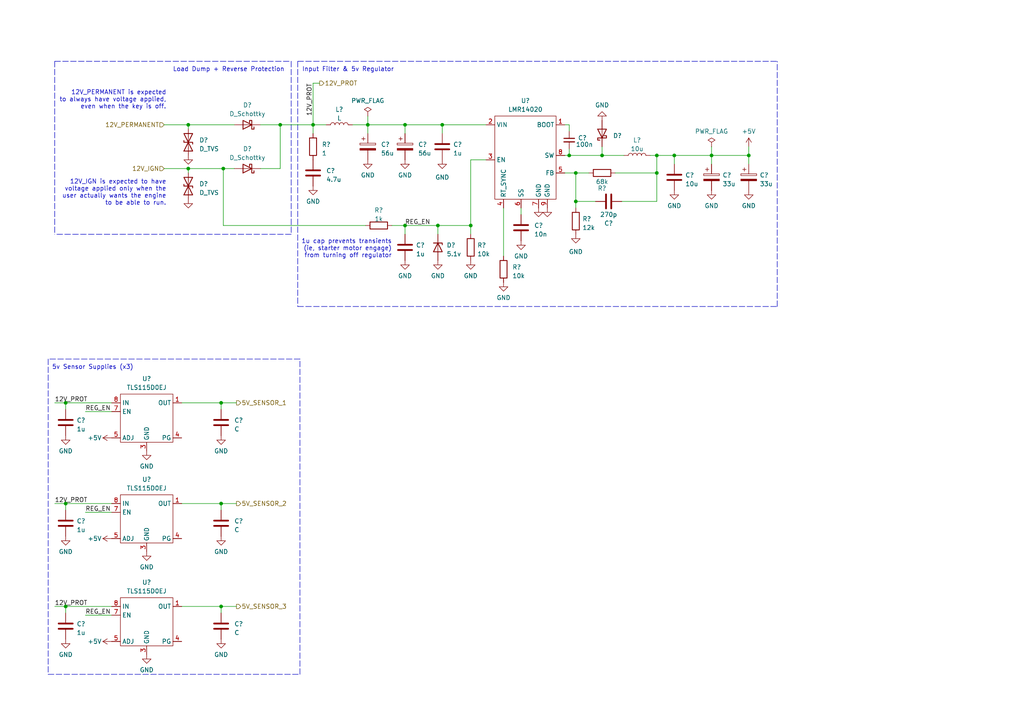
<source format=kicad_sch>
(kicad_sch (version 20210406) (generator eeschema)

  (uuid 0bcc750b-e521-4259-a805-5788d64d3f44)

  (paper "A4")

  (lib_symbols
    (symbol "Device:C" (pin_numbers hide) (pin_names (offset 0.254)) (in_bom yes) (on_board yes)
      (property "Reference" "C" (id 0) (at 0.635 2.54 0)
        (effects (font (size 1.27 1.27)) (justify left))
      )
      (property "Value" "C" (id 1) (at 0.635 -2.54 0)
        (effects (font (size 1.27 1.27)) (justify left))
      )
      (property "Footprint" "" (id 2) (at 0.9652 -3.81 0)
        (effects (font (size 1.27 1.27)) hide)
      )
      (property "Datasheet" "~" (id 3) (at 0 0 0)
        (effects (font (size 1.27 1.27)) hide)
      )
      (property "ki_keywords" "cap capacitor" (id 4) (at 0 0 0)
        (effects (font (size 1.27 1.27)) hide)
      )
      (property "ki_description" "Unpolarized capacitor" (id 5) (at 0 0 0)
        (effects (font (size 1.27 1.27)) hide)
      )
      (property "ki_fp_filters" "C_*" (id 6) (at 0 0 0)
        (effects (font (size 1.27 1.27)) hide)
      )
      (symbol "C_0_1"
        (polyline
          (pts
            (xy -2.032 -0.762)
            (xy 2.032 -0.762)
          )
          (stroke (width 0.508)) (fill (type none))
        )
        (polyline
          (pts
            (xy -2.032 0.762)
            (xy 2.032 0.762)
          )
          (stroke (width 0.508)) (fill (type none))
        )
      )
      (symbol "C_1_1"
        (pin passive line (at 0 3.81 270) (length 2.794)
          (name "~" (effects (font (size 1.27 1.27))))
          (number "1" (effects (font (size 1.27 1.27))))
        )
        (pin passive line (at 0 -3.81 90) (length 2.794)
          (name "~" (effects (font (size 1.27 1.27))))
          (number "2" (effects (font (size 1.27 1.27))))
        )
      )
    )
    (symbol "Device:C_Polarized" (pin_numbers hide) (pin_names (offset 0.254)) (in_bom yes) (on_board yes)
      (property "Reference" "C" (id 0) (at 0.635 2.54 0)
        (effects (font (size 1.27 1.27)) (justify left))
      )
      (property "Value" "C_Polarized" (id 1) (at 0.635 -2.54 0)
        (effects (font (size 1.27 1.27)) (justify left))
      )
      (property "Footprint" "" (id 2) (at 0.9652 -3.81 0)
        (effects (font (size 1.27 1.27)) hide)
      )
      (property "Datasheet" "~" (id 3) (at 0 0 0)
        (effects (font (size 1.27 1.27)) hide)
      )
      (property "ki_keywords" "cap capacitor" (id 4) (at 0 0 0)
        (effects (font (size 1.27 1.27)) hide)
      )
      (property "ki_description" "Polarized capacitor" (id 5) (at 0 0 0)
        (effects (font (size 1.27 1.27)) hide)
      )
      (property "ki_fp_filters" "CP_*" (id 6) (at 0 0 0)
        (effects (font (size 1.27 1.27)) hide)
      )
      (symbol "C_Polarized_0_1"
        (rectangle (start -2.286 0.508) (end 2.286 1.016)
          (stroke (width 0)) (fill (type none))
        )
        (rectangle (start 2.286 -0.508) (end -2.286 -1.016)
          (stroke (width 0)) (fill (type outline))
        )
        (polyline
          (pts
            (xy -1.778 2.286)
            (xy -0.762 2.286)
          )
          (stroke (width 0)) (fill (type none))
        )
        (polyline
          (pts
            (xy -1.27 2.794)
            (xy -1.27 1.778)
          )
          (stroke (width 0)) (fill (type none))
        )
      )
      (symbol "C_Polarized_1_1"
        (pin passive line (at 0 3.81 270) (length 2.794)
          (name "~" (effects (font (size 1.27 1.27))))
          (number "1" (effects (font (size 1.27 1.27))))
        )
        (pin passive line (at 0 -3.81 90) (length 2.794)
          (name "~" (effects (font (size 1.27 1.27))))
          (number "2" (effects (font (size 1.27 1.27))))
        )
      )
    )
    (symbol "Device:C_Small" (pin_numbers hide) (pin_names (offset 0.254) hide) (in_bom yes) (on_board yes)
      (property "Reference" "C" (id 0) (at 0.254 1.778 0)
        (effects (font (size 1.27 1.27)) (justify left))
      )
      (property "Value" "C_Small" (id 1) (at 0.254 -2.032 0)
        (effects (font (size 1.27 1.27)) (justify left))
      )
      (property "Footprint" "" (id 2) (at 0 0 0)
        (effects (font (size 1.27 1.27)) hide)
      )
      (property "Datasheet" "~" (id 3) (at 0 0 0)
        (effects (font (size 1.27 1.27)) hide)
      )
      (property "ki_keywords" "capacitor cap" (id 4) (at 0 0 0)
        (effects (font (size 1.27 1.27)) hide)
      )
      (property "ki_description" "Unpolarized capacitor, small symbol" (id 5) (at 0 0 0)
        (effects (font (size 1.27 1.27)) hide)
      )
      (property "ki_fp_filters" "C_*" (id 6) (at 0 0 0)
        (effects (font (size 1.27 1.27)) hide)
      )
      (symbol "C_Small_0_1"
        (polyline
          (pts
            (xy -1.524 -0.508)
            (xy 1.524 -0.508)
          )
          (stroke (width 0.3302)) (fill (type none))
        )
        (polyline
          (pts
            (xy -1.524 0.508)
            (xy 1.524 0.508)
          )
          (stroke (width 0.3048)) (fill (type none))
        )
      )
      (symbol "C_Small_1_1"
        (pin passive line (at 0 2.54 270) (length 2.032)
          (name "~" (effects (font (size 1.27 1.27))))
          (number "1" (effects (font (size 1.27 1.27))))
        )
        (pin passive line (at 0 -2.54 90) (length 2.032)
          (name "~" (effects (font (size 1.27 1.27))))
          (number "2" (effects (font (size 1.27 1.27))))
        )
      )
    )
    (symbol "Device:D_Schottky" (pin_numbers hide) (pin_names (offset 1.016) hide) (in_bom yes) (on_board yes)
      (property "Reference" "D" (id 0) (at 0 2.54 0)
        (effects (font (size 1.27 1.27)))
      )
      (property "Value" "D_Schottky" (id 1) (at 0 -2.54 0)
        (effects (font (size 1.27 1.27)))
      )
      (property "Footprint" "" (id 2) (at 0 0 0)
        (effects (font (size 1.27 1.27)) hide)
      )
      (property "Datasheet" "~" (id 3) (at 0 0 0)
        (effects (font (size 1.27 1.27)) hide)
      )
      (property "ki_keywords" "diode Schottky" (id 4) (at 0 0 0)
        (effects (font (size 1.27 1.27)) hide)
      )
      (property "ki_description" "Schottky diode" (id 5) (at 0 0 0)
        (effects (font (size 1.27 1.27)) hide)
      )
      (property "ki_fp_filters" "TO-???* *_Diode_* *SingleDiode* D_*" (id 6) (at 0 0 0)
        (effects (font (size 1.27 1.27)) hide)
      )
      (symbol "D_Schottky_0_1"
        (polyline
          (pts
            (xy 1.27 0)
            (xy -1.27 0)
          )
          (stroke (width 0)) (fill (type none))
        )
        (polyline
          (pts
            (xy 1.27 1.27)
            (xy 1.27 -1.27)
            (xy -1.27 0)
            (xy 1.27 1.27)
          )
          (stroke (width 0.254)) (fill (type none))
        )
        (polyline
          (pts
            (xy -1.905 0.635)
            (xy -1.905 1.27)
            (xy -1.27 1.27)
            (xy -1.27 -1.27)
            (xy -0.635 -1.27)
            (xy -0.635 -0.635)
          )
          (stroke (width 0.254)) (fill (type none))
        )
      )
      (symbol "D_Schottky_1_1"
        (pin passive line (at -3.81 0 0) (length 2.54)
          (name "K" (effects (font (size 1.27 1.27))))
          (number "1" (effects (font (size 1.27 1.27))))
        )
        (pin passive line (at 3.81 0 180) (length 2.54)
          (name "A" (effects (font (size 1.27 1.27))))
          (number "2" (effects (font (size 1.27 1.27))))
        )
      )
    )
    (symbol "Device:D_TVS" (pin_numbers hide) (pin_names (offset 1.016) hide) (in_bom yes) (on_board yes)
      (property "Reference" "D" (id 0) (at 0 2.54 0)
        (effects (font (size 1.27 1.27)))
      )
      (property "Value" "D_TVS" (id 1) (at 0 -2.54 0)
        (effects (font (size 1.27 1.27)))
      )
      (property "Footprint" "" (id 2) (at 0 0 0)
        (effects (font (size 1.27 1.27)) hide)
      )
      (property "Datasheet" "~" (id 3) (at 0 0 0)
        (effects (font (size 1.27 1.27)) hide)
      )
      (property "ki_keywords" "diode TVS thyrector" (id 4) (at 0 0 0)
        (effects (font (size 1.27 1.27)) hide)
      )
      (property "ki_description" "Bidirectional transient-voltage-suppression diode" (id 5) (at 0 0 0)
        (effects (font (size 1.27 1.27)) hide)
      )
      (property "ki_fp_filters" "TO-???* *_Diode_* *SingleDiode* D_*" (id 6) (at 0 0 0)
        (effects (font (size 1.27 1.27)) hide)
      )
      (symbol "D_TVS_0_1"
        (polyline
          (pts
            (xy 1.27 0)
            (xy -1.27 0)
          )
          (stroke (width 0)) (fill (type none))
        )
        (polyline
          (pts
            (xy 0.508 1.27)
            (xy 0 1.27)
            (xy 0 -1.27)
            (xy -0.508 -1.27)
          )
          (stroke (width 0.254)) (fill (type none))
        )
        (polyline
          (pts
            (xy -2.54 1.27)
            (xy -2.54 -1.27)
            (xy 2.54 1.27)
            (xy 2.54 -1.27)
            (xy -2.54 1.27)
          )
          (stroke (width 0.254)) (fill (type none))
        )
      )
      (symbol "D_TVS_1_1"
        (pin passive line (at -3.81 0 0) (length 2.54)
          (name "A1" (effects (font (size 1.27 1.27))))
          (number "1" (effects (font (size 1.27 1.27))))
        )
        (pin passive line (at 3.81 0 180) (length 2.54)
          (name "A2" (effects (font (size 1.27 1.27))))
          (number "2" (effects (font (size 1.27 1.27))))
        )
      )
    )
    (symbol "Device:D_Zener" (pin_numbers hide) (pin_names (offset 1.016) hide) (in_bom yes) (on_board yes)
      (property "Reference" "D" (id 0) (at 0 2.54 0)
        (effects (font (size 1.27 1.27)))
      )
      (property "Value" "D_Zener" (id 1) (at 0 -2.54 0)
        (effects (font (size 1.27 1.27)))
      )
      (property "Footprint" "" (id 2) (at 0 0 0)
        (effects (font (size 1.27 1.27)) hide)
      )
      (property "Datasheet" "~" (id 3) (at 0 0 0)
        (effects (font (size 1.27 1.27)) hide)
      )
      (property "ki_keywords" "diode" (id 4) (at 0 0 0)
        (effects (font (size 1.27 1.27)) hide)
      )
      (property "ki_description" "Zener diode" (id 5) (at 0 0 0)
        (effects (font (size 1.27 1.27)) hide)
      )
      (property "ki_fp_filters" "TO-???* *_Diode_* *SingleDiode* D_*" (id 6) (at 0 0 0)
        (effects (font (size 1.27 1.27)) hide)
      )
      (symbol "D_Zener_0_1"
        (polyline
          (pts
            (xy 1.27 0)
            (xy -1.27 0)
          )
          (stroke (width 0)) (fill (type none))
        )
        (polyline
          (pts
            (xy -1.27 -1.27)
            (xy -1.27 1.27)
            (xy -0.762 1.27)
          )
          (stroke (width 0.254)) (fill (type none))
        )
        (polyline
          (pts
            (xy 1.27 -1.27)
            (xy 1.27 1.27)
            (xy -1.27 0)
            (xy 1.27 -1.27)
          )
          (stroke (width 0.254)) (fill (type none))
        )
      )
      (symbol "D_Zener_1_1"
        (pin passive line (at -3.81 0 0) (length 2.54)
          (name "K" (effects (font (size 1.27 1.27))))
          (number "1" (effects (font (size 1.27 1.27))))
        )
        (pin passive line (at 3.81 0 180) (length 2.54)
          (name "A" (effects (font (size 1.27 1.27))))
          (number "2" (effects (font (size 1.27 1.27))))
        )
      )
    )
    (symbol "Device:L" (pin_numbers hide) (pin_names (offset 1.016) hide) (in_bom yes) (on_board yes)
      (property "Reference" "L" (id 0) (at -1.27 0 90)
        (effects (font (size 1.27 1.27)))
      )
      (property "Value" "L" (id 1) (at 1.905 0 90)
        (effects (font (size 1.27 1.27)))
      )
      (property "Footprint" "" (id 2) (at 0 0 0)
        (effects (font (size 1.27 1.27)) hide)
      )
      (property "Datasheet" "~" (id 3) (at 0 0 0)
        (effects (font (size 1.27 1.27)) hide)
      )
      (property "ki_keywords" "inductor choke coil reactor magnetic" (id 4) (at 0 0 0)
        (effects (font (size 1.27 1.27)) hide)
      )
      (property "ki_description" "Inductor" (id 5) (at 0 0 0)
        (effects (font (size 1.27 1.27)) hide)
      )
      (property "ki_fp_filters" "Choke_* *Coil* Inductor_* L_*" (id 6) (at 0 0 0)
        (effects (font (size 1.27 1.27)) hide)
      )
      (symbol "L_0_1"
        (arc (start 0 -2.54) (end 0 -1.27) (radius (at 0 -1.905) (length 0.635) (angles -89.9 89.9))
          (stroke (width 0)) (fill (type none))
        )
        (arc (start 0 -1.27) (end 0 0) (radius (at 0 -0.635) (length 0.635) (angles -89.9 89.9))
          (stroke (width 0)) (fill (type none))
        )
        (arc (start 0 0) (end 0 1.27) (radius (at 0 0.635) (length 0.635) (angles -89.9 89.9))
          (stroke (width 0)) (fill (type none))
        )
        (arc (start 0 1.27) (end 0 2.54) (radius (at 0 1.905) (length 0.635) (angles -89.9 89.9))
          (stroke (width 0)) (fill (type none))
        )
      )
      (symbol "L_1_1"
        (pin passive line (at 0 3.81 270) (length 1.27)
          (name "1" (effects (font (size 1.27 1.27))))
          (number "1" (effects (font (size 1.27 1.27))))
        )
        (pin passive line (at 0 -3.81 90) (length 1.27)
          (name "2" (effects (font (size 1.27 1.27))))
          (number "2" (effects (font (size 1.27 1.27))))
        )
      )
    )
    (symbol "Device:R" (pin_numbers hide) (pin_names (offset 0)) (in_bom yes) (on_board yes)
      (property "Reference" "R" (id 0) (at 2.032 0 90)
        (effects (font (size 1.27 1.27)))
      )
      (property "Value" "R" (id 1) (at 0 0 90)
        (effects (font (size 1.27 1.27)))
      )
      (property "Footprint" "" (id 2) (at -1.778 0 90)
        (effects (font (size 1.27 1.27)) hide)
      )
      (property "Datasheet" "~" (id 3) (at 0 0 0)
        (effects (font (size 1.27 1.27)) hide)
      )
      (property "ki_keywords" "R res resistor" (id 4) (at 0 0 0)
        (effects (font (size 1.27 1.27)) hide)
      )
      (property "ki_description" "Resistor" (id 5) (at 0 0 0)
        (effects (font (size 1.27 1.27)) hide)
      )
      (property "ki_fp_filters" "R_*" (id 6) (at 0 0 0)
        (effects (font (size 1.27 1.27)) hide)
      )
      (symbol "R_0_1"
        (rectangle (start -1.016 -2.54) (end 1.016 2.54)
          (stroke (width 0.254)) (fill (type none))
        )
      )
      (symbol "R_1_1"
        (pin passive line (at 0 3.81 270) (length 1.27)
          (name "~" (effects (font (size 1.27 1.27))))
          (number "1" (effects (font (size 1.27 1.27))))
        )
        (pin passive line (at 0 -3.81 90) (length 1.27)
          (name "~" (effects (font (size 1.27 1.27))))
          (number "2" (effects (font (size 1.27 1.27))))
        )
      )
    )
    (symbol "lmr14020:LMR14020" (in_bom yes) (on_board yes)
      (property "Reference" "U" (id 0) (at -6.35 7.62 0)
        (effects (font (size 1.27 1.27)))
      )
      (property "Value" "LMR14020" (id 1) (at 0 0 0)
        (effects (font (size 1.27 1.27)))
      )
      (property "Footprint" "" (id 2) (at -3.81 0 0)
        (effects (font (size 1.27 1.27)) hide)
      )
      (property "Datasheet" "" (id 3) (at -3.81 0 0)
        (effects (font (size 1.27 1.27)) hide)
      )
      (symbol "LMR14020_0_1"
        (rectangle (start -8.89 6.35) (end 8.89 -17.78)
          (stroke (width 0.1524)) (fill (type none))
        )
      )
      (symbol "LMR14020_1_1"
        (pin bidirectional line (at 11.43 3.81 180) (length 2.54)
          (name "BOOT" (effects (font (size 1.27 1.27))))
          (number "1" (effects (font (size 1.27 1.27))))
        )
        (pin power_in line (at -11.43 3.81 0) (length 2.54)
          (name "VIN" (effects (font (size 1.27 1.27))))
          (number "2" (effects (font (size 1.27 1.27))))
        )
        (pin input line (at -11.43 -6.35 0) (length 2.54)
          (name "EN" (effects (font (size 1.27 1.27))))
          (number "3" (effects (font (size 1.27 1.27))))
        )
        (pin input line (at -6.35 -20.32 90) (length 2.54)
          (name "RT_SYNC" (effects (font (size 1.27 1.27))))
          (number "4" (effects (font (size 1.27 1.27))))
        )
        (pin input line (at 11.43 -10.16 180) (length 2.54)
          (name "FB" (effects (font (size 1.27 1.27))))
          (number "5" (effects (font (size 1.27 1.27))))
        )
        (pin output line (at -1.27 -20.32 90) (length 2.54)
          (name "SS" (effects (font (size 1.27 1.27))))
          (number "6" (effects (font (size 1.27 1.27))))
        )
        (pin power_in line (at 3.81 -20.32 90) (length 2.54)
          (name "GND" (effects (font (size 1.27 1.27))))
          (number "7" (effects (font (size 1.27 1.27))))
        )
        (pin power_out line (at 11.43 -5.08 180) (length 2.54)
          (name "SW" (effects (font (size 1.27 1.27))))
          (number "8" (effects (font (size 1.27 1.27))))
        )
        (pin power_in line (at 6.35 -20.32 90) (length 2.54)
          (name "GND" (effects (font (size 1.27 1.27))))
          (number "9" (effects (font (size 1.27 1.27))))
        )
      )
    )
    (symbol "power:+5V" (power) (pin_names (offset 0)) (in_bom yes) (on_board yes)
      (property "Reference" "#PWR" (id 0) (at 0 -3.81 0)
        (effects (font (size 1.27 1.27)) hide)
      )
      (property "Value" "+5V" (id 1) (at 0 3.556 0)
        (effects (font (size 1.27 1.27)))
      )
      (property "Footprint" "" (id 2) (at 0 0 0)
        (effects (font (size 1.27 1.27)) hide)
      )
      (property "Datasheet" "" (id 3) (at 0 0 0)
        (effects (font (size 1.27 1.27)) hide)
      )
      (property "ki_keywords" "power-flag" (id 4) (at 0 0 0)
        (effects (font (size 1.27 1.27)) hide)
      )
      (property "ki_description" "Power symbol creates a global label with name \"+5V\"" (id 5) (at 0 0 0)
        (effects (font (size 1.27 1.27)) hide)
      )
      (symbol "+5V_0_1"
        (polyline
          (pts
            (xy -0.762 1.27)
            (xy 0 2.54)
          )
          (stroke (width 0)) (fill (type none))
        )
        (polyline
          (pts
            (xy 0 0)
            (xy 0 2.54)
          )
          (stroke (width 0)) (fill (type none))
        )
        (polyline
          (pts
            (xy 0 2.54)
            (xy 0.762 1.27)
          )
          (stroke (width 0)) (fill (type none))
        )
      )
      (symbol "+5V_1_1"
        (pin power_in line (at 0 0 90) (length 0) hide
          (name "+5V" (effects (font (size 1.27 1.27))))
          (number "1" (effects (font (size 1.27 1.27))))
        )
      )
    )
    (symbol "power:GND" (power) (pin_names (offset 0)) (in_bom yes) (on_board yes)
      (property "Reference" "#PWR" (id 0) (at 0 -6.35 0)
        (effects (font (size 1.27 1.27)) hide)
      )
      (property "Value" "GND" (id 1) (at 0 -3.81 0)
        (effects (font (size 1.27 1.27)))
      )
      (property "Footprint" "" (id 2) (at 0 0 0)
        (effects (font (size 1.27 1.27)) hide)
      )
      (property "Datasheet" "" (id 3) (at 0 0 0)
        (effects (font (size 1.27 1.27)) hide)
      )
      (property "ki_keywords" "power-flag" (id 4) (at 0 0 0)
        (effects (font (size 1.27 1.27)) hide)
      )
      (property "ki_description" "Power symbol creates a global label with name \"GND\" , ground" (id 5) (at 0 0 0)
        (effects (font (size 1.27 1.27)) hide)
      )
      (symbol "GND_0_1"
        (polyline
          (pts
            (xy 0 0)
            (xy 0 -1.27)
            (xy 1.27 -1.27)
            (xy 0 -2.54)
            (xy -1.27 -1.27)
            (xy 0 -1.27)
          )
          (stroke (width 0)) (fill (type none))
        )
      )
      (symbol "GND_1_1"
        (pin power_in line (at 0 0 270) (length 0) hide
          (name "GND" (effects (font (size 1.27 1.27))))
          (number "1" (effects (font (size 1.27 1.27))))
        )
      )
    )
    (symbol "power:PWR_FLAG" (power) (pin_numbers hide) (pin_names (offset 0) hide) (in_bom yes) (on_board yes)
      (property "Reference" "#FLG" (id 0) (at 0 1.905 0)
        (effects (font (size 1.27 1.27)) hide)
      )
      (property "Value" "PWR_FLAG" (id 1) (at 0 3.81 0)
        (effects (font (size 1.27 1.27)))
      )
      (property "Footprint" "" (id 2) (at 0 0 0)
        (effects (font (size 1.27 1.27)) hide)
      )
      (property "Datasheet" "~" (id 3) (at 0 0 0)
        (effects (font (size 1.27 1.27)) hide)
      )
      (property "ki_keywords" "power-flag" (id 4) (at 0 0 0)
        (effects (font (size 1.27 1.27)) hide)
      )
      (property "ki_description" "Special symbol for telling ERC where power comes from" (id 5) (at 0 0 0)
        (effects (font (size 1.27 1.27)) hide)
      )
      (symbol "PWR_FLAG_0_0"
        (pin power_out line (at 0 0 90) (length 0)
          (name "pwr" (effects (font (size 1.27 1.27))))
          (number "1" (effects (font (size 1.27 1.27))))
        )
      )
      (symbol "PWR_FLAG_0_1"
        (polyline
          (pts
            (xy 0 0)
            (xy 0 1.27)
            (xy -1.016 1.905)
            (xy 0 2.54)
            (xy 1.016 1.905)
            (xy 0 1.27)
          )
          (stroke (width 0)) (fill (type none))
        )
      )
    )
    (symbol "tls115:TLS115D0EJ" (in_bom yes) (on_board yes)
      (property "Reference" "U" (id 0) (at 1.27 -2.54 0)
        (effects (font (size 1.27 1.27)))
      )
      (property "Value" "TLS115D0EJ" (id 1) (at -3.81 13.97 0)
        (effects (font (size 1.27 1.27)))
      )
      (property "Footprint" "" (id 2) (at 0 0 0)
        (effects (font (size 1.27 1.27)) hide)
      )
      (property "Datasheet" "" (id 3) (at 0 0 0)
        (effects (font (size 1.27 1.27)) hide)
      )
      (symbol "TLS115D0EJ_0_1"
        (rectangle (start -10.16 -1.27) (end 5.08 12.7)
          (stroke (width 0.1524)) (fill (type none))
        )
      )
      (symbol "TLS115D0EJ_1_1"
        (pin power_out line (at 7.62 10.16 180) (length 2.54)
          (name "OUT" (effects (font (size 1.27 1.27))))
          (number "1" (effects (font (size 1.27 1.27))))
        )
        (pin power_in line (at -2.54 -3.81 90) (length 2.54)
          (name "GND" (effects (font (size 1.27 1.27))))
          (number "3" (effects (font (size 1.27 1.27))))
        )
        (pin output line (at 7.62 0 180) (length 2.54)
          (name "PG" (effects (font (size 1.27 1.27))))
          (number "4" (effects (font (size 1.27 1.27))))
        )
        (pin input line (at -12.7 0 0) (length 2.54)
          (name "ADJ" (effects (font (size 1.27 1.27))))
          (number "5" (effects (font (size 1.27 1.27))))
        )
        (pin input line (at -12.7 7.62 0) (length 2.54)
          (name "EN" (effects (font (size 1.27 1.27))))
          (number "7" (effects (font (size 1.27 1.27))))
        )
        (pin power_in line (at -12.7 10.16 0) (length 2.54)
          (name "IN" (effects (font (size 1.27 1.27))))
          (number "8" (effects (font (size 1.27 1.27))))
        )
        (pin power_in line (at -2.54 -3.81 90) (length 2.54) hide
          (name "GND" (effects (font (size 1.27 1.27))))
          (number "9" (effects (font (size 1.27 1.27))))
        )
      )
    )
  )

  (junction (at 19.05 116.84) (diameter 0.9144) (color 0 0 0 0))
  (junction (at 19.05 146.05) (diameter 0.9144) (color 0 0 0 0))
  (junction (at 19.05 175.895) (diameter 0.9144) (color 0 0 0 0))
  (junction (at 54.61 36.195) (diameter 0.9144) (color 0 0 0 0))
  (junction (at 54.61 48.895) (diameter 0.9144) (color 0 0 0 0))
  (junction (at 64.135 116.84) (diameter 0.9144) (color 0 0 0 0))
  (junction (at 64.135 146.05) (diameter 0.9144) (color 0 0 0 0))
  (junction (at 64.135 175.895) (diameter 0.9144) (color 0 0 0 0))
  (junction (at 64.77 48.895) (diameter 0.9144) (color 0 0 0 0))
  (junction (at 81.28 36.195) (diameter 0.9144) (color 0 0 0 0))
  (junction (at 90.805 36.195) (diameter 0.9144) (color 0 0 0 0))
  (junction (at 106.68 36.195) (diameter 0.9144) (color 0 0 0 0))
  (junction (at 117.475 36.195) (diameter 0.9144) (color 0 0 0 0))
  (junction (at 117.475 65.405) (diameter 0.9144) (color 0 0 0 0))
  (junction (at 127 65.405) (diameter 0.9144) (color 0 0 0 0))
  (junction (at 128.27 36.195) (diameter 0.9144) (color 0 0 0 0))
  (junction (at 136.525 65.405) (diameter 0.9144) (color 0 0 0 0))
  (junction (at 165.1 45.085) (diameter 0.9144) (color 0 0 0 0))
  (junction (at 167.005 50.165) (diameter 0.9144) (color 0 0 0 0))
  (junction (at 167.005 58.42) (diameter 0.9144) (color 0 0 0 0))
  (junction (at 174.625 45.085) (diameter 0.9144) (color 0 0 0 0))
  (junction (at 190.5 45.085) (diameter 0.9144) (color 0 0 0 0))
  (junction (at 190.5 50.165) (diameter 0.9144) (color 0 0 0 0))
  (junction (at 195.58 45.085) (diameter 0.9144) (color 0 0 0 0))
  (junction (at 206.375 45.085) (diameter 0.9144) (color 0 0 0 0))
  (junction (at 217.17 45.085) (diameter 0.9144) (color 0 0 0 0))

  (wire (pts (xy 15.875 116.84) (xy 19.05 116.84))
    (stroke (width 0) (type solid) (color 0 0 0 0))
    (uuid 07dcf132-e624-4f61-91a2-b8ad7ed0b9d4)
  )
  (wire (pts (xy 15.875 146.05) (xy 19.05 146.05))
    (stroke (width 0) (type solid) (color 0 0 0 0))
    (uuid 9cd3809c-42dd-4709-89c0-07388fabb40b)
  )
  (wire (pts (xy 15.875 175.895) (xy 19.05 175.895))
    (stroke (width 0) (type solid) (color 0 0 0 0))
    (uuid 1d26a227-0404-4e56-940c-f0b33bc69c5b)
  )
  (wire (pts (xy 19.05 116.84) (xy 19.05 118.745))
    (stroke (width 0) (type solid) (color 0 0 0 0))
    (uuid 430ddb22-bca3-4f1b-8c16-e29abef70584)
  )
  (wire (pts (xy 19.05 116.84) (xy 32.385 116.84))
    (stroke (width 0) (type solid) (color 0 0 0 0))
    (uuid 07dcf132-e624-4f61-91a2-b8ad7ed0b9d4)
  )
  (wire (pts (xy 19.05 146.05) (xy 19.05 147.955))
    (stroke (width 0) (type solid) (color 0 0 0 0))
    (uuid 7b5d871d-b3da-4f31-86f8-b6b92a7fe993)
  )
  (wire (pts (xy 19.05 146.05) (xy 32.385 146.05))
    (stroke (width 0) (type solid) (color 0 0 0 0))
    (uuid 5949e219-d908-4991-a20c-1950e0ef6de1)
  )
  (wire (pts (xy 19.05 175.895) (xy 19.05 177.8))
    (stroke (width 0) (type solid) (color 0 0 0 0))
    (uuid 7e018f9e-934d-44b9-a5cb-1adea270e530)
  )
  (wire (pts (xy 19.05 175.895) (xy 32.385 175.895))
    (stroke (width 0) (type solid) (color 0 0 0 0))
    (uuid 39199838-c0c1-44dd-b47c-48ce16d8c5a3)
  )
  (wire (pts (xy 24.765 119.38) (xy 32.385 119.38))
    (stroke (width 0) (type solid) (color 0 0 0 0))
    (uuid c9e120b8-ef43-4fb7-9c46-6c157ffee546)
  )
  (wire (pts (xy 24.765 148.59) (xy 32.385 148.59))
    (stroke (width 0) (type solid) (color 0 0 0 0))
    (uuid 6f6189fc-ae58-45de-81f3-0ecbb0e4fa53)
  )
  (wire (pts (xy 24.765 178.435) (xy 32.385 178.435))
    (stroke (width 0) (type solid) (color 0 0 0 0))
    (uuid b25bb7b4-23c8-43f7-9df6-16262d204a11)
  )
  (wire (pts (xy 47.625 36.195) (xy 54.61 36.195))
    (stroke (width 0) (type solid) (color 0 0 0 0))
    (uuid cd9961e6-f0e6-4e94-9600-75b54f0fe8d4)
  )
  (wire (pts (xy 47.625 48.895) (xy 54.61 48.895))
    (stroke (width 0) (type solid) (color 0 0 0 0))
    (uuid 9d57a68e-f1ed-4dae-8aa4-027c7d639b72)
  )
  (wire (pts (xy 52.705 116.84) (xy 64.135 116.84))
    (stroke (width 0) (type solid) (color 0 0 0 0))
    (uuid 7c036a05-6ed3-4fe6-bc22-94b672f85618)
  )
  (wire (pts (xy 52.705 146.05) (xy 64.135 146.05))
    (stroke (width 0) (type solid) (color 0 0 0 0))
    (uuid b4968d9b-2452-4390-b485-cf5288411935)
  )
  (wire (pts (xy 52.705 175.895) (xy 64.135 175.895))
    (stroke (width 0) (type solid) (color 0 0 0 0))
    (uuid e0e5a45a-4c54-4459-b8df-1449f22bc960)
  )
  (wire (pts (xy 54.61 36.195) (xy 54.61 37.465))
    (stroke (width 0) (type solid) (color 0 0 0 0))
    (uuid 9fc1be7e-9fa4-4685-9fa1-71f5c53707ad)
  )
  (wire (pts (xy 54.61 36.195) (xy 67.945 36.195))
    (stroke (width 0) (type solid) (color 0 0 0 0))
    (uuid cd9961e6-f0e6-4e94-9600-75b54f0fe8d4)
  )
  (wire (pts (xy 54.61 48.895) (xy 54.61 50.165))
    (stroke (width 0) (type solid) (color 0 0 0 0))
    (uuid 9a0da1f3-6ccb-46e5-b5ca-5385d6dc4a88)
  )
  (wire (pts (xy 54.61 48.895) (xy 64.77 48.895))
    (stroke (width 0) (type solid) (color 0 0 0 0))
    (uuid 9d57a68e-f1ed-4dae-8aa4-027c7d639b72)
  )
  (wire (pts (xy 64.135 116.84) (xy 64.135 118.745))
    (stroke (width 0) (type solid) (color 0 0 0 0))
    (uuid 7c036a05-6ed3-4fe6-bc22-94b672f85618)
  )
  (wire (pts (xy 64.135 116.84) (xy 68.58 116.84))
    (stroke (width 0) (type solid) (color 0 0 0 0))
    (uuid 5cb25afc-3c9b-4afc-864c-fa86e87bba68)
  )
  (wire (pts (xy 64.135 146.05) (xy 64.135 147.955))
    (stroke (width 0) (type solid) (color 0 0 0 0))
    (uuid 1a4d293e-ca20-4f6f-8905-1219f3cab927)
  )
  (wire (pts (xy 64.135 146.05) (xy 68.58 146.05))
    (stroke (width 0) (type solid) (color 0 0 0 0))
    (uuid 58acd706-aa06-4145-a1f4-eefff1e1563c)
  )
  (wire (pts (xy 64.135 175.895) (xy 64.135 177.8))
    (stroke (width 0) (type solid) (color 0 0 0 0))
    (uuid 77ac4ea7-b82f-4dd2-8c42-4a40fda90641)
  )
  (wire (pts (xy 64.135 175.895) (xy 68.58 175.895))
    (stroke (width 0) (type solid) (color 0 0 0 0))
    (uuid e23cc6f6-da9c-4544-9fcd-f8c9a4a1b6e7)
  )
  (wire (pts (xy 64.77 48.895) (xy 64.77 65.405))
    (stroke (width 0) (type solid) (color 0 0 0 0))
    (uuid e2e9cd88-8152-4550-9287-62287b10e3c4)
  )
  (wire (pts (xy 64.77 48.895) (xy 67.945 48.895))
    (stroke (width 0) (type solid) (color 0 0 0 0))
    (uuid 9d57a68e-f1ed-4dae-8aa4-027c7d639b72)
  )
  (wire (pts (xy 75.565 36.195) (xy 81.28 36.195))
    (stroke (width 0) (type solid) (color 0 0 0 0))
    (uuid 8834b5c3-fb25-4d82-b663-ef798e3e1e17)
  )
  (wire (pts (xy 75.565 48.895) (xy 81.28 48.895))
    (stroke (width 0) (type solid) (color 0 0 0 0))
    (uuid 62ac03a0-8e24-4ada-a173-9d51749c4e47)
  )
  (wire (pts (xy 81.28 36.195) (xy 90.805 36.195))
    (stroke (width 0) (type solid) (color 0 0 0 0))
    (uuid 8834b5c3-fb25-4d82-b663-ef798e3e1e17)
  )
  (wire (pts (xy 81.28 48.895) (xy 81.28 36.195))
    (stroke (width 0) (type solid) (color 0 0 0 0))
    (uuid 62ac03a0-8e24-4ada-a173-9d51749c4e47)
  )
  (wire (pts (xy 90.805 24.13) (xy 90.805 36.195))
    (stroke (width 0) (type solid) (color 0 0 0 0))
    (uuid 2f36c99a-2218-4082-aa94-227f37f3f5b2)
  )
  (wire (pts (xy 90.805 36.195) (xy 94.615 36.195))
    (stroke (width 0) (type solid) (color 0 0 0 0))
    (uuid 061e680c-0759-4e99-945e-5829cfb7b9d5)
  )
  (wire (pts (xy 90.805 38.735) (xy 90.805 36.195))
    (stroke (width 0) (type solid) (color 0 0 0 0))
    (uuid f4f8f29d-491b-4388-81e2-1a5b7321b3fe)
  )
  (wire (pts (xy 92.71 24.13) (xy 90.805 24.13))
    (stroke (width 0) (type solid) (color 0 0 0 0))
    (uuid 2f36c99a-2218-4082-aa94-227f37f3f5b2)
  )
  (wire (pts (xy 102.235 36.195) (xy 106.68 36.195))
    (stroke (width 0) (type solid) (color 0 0 0 0))
    (uuid 8c295bb3-e7ca-4aea-aa9c-cd5c6d02e211)
  )
  (wire (pts (xy 106.045 65.405) (xy 64.77 65.405))
    (stroke (width 0) (type solid) (color 0 0 0 0))
    (uuid e1e3d0ea-0ebd-47c6-81a9-4a3b9eeff0b7)
  )
  (wire (pts (xy 106.68 33.655) (xy 106.68 36.195))
    (stroke (width 0) (type solid) (color 0 0 0 0))
    (uuid ee3f619c-2041-433e-8502-c9be1590e1c6)
  )
  (wire (pts (xy 106.68 36.195) (xy 106.68 38.735))
    (stroke (width 0) (type solid) (color 0 0 0 0))
    (uuid 3ee50037-943f-44be-8e79-f3867441aaa9)
  )
  (wire (pts (xy 106.68 36.195) (xy 117.475 36.195))
    (stroke (width 0) (type solid) (color 0 0 0 0))
    (uuid f4f8f29d-491b-4388-81e2-1a5b7321b3fe)
  )
  (wire (pts (xy 113.665 65.405) (xy 117.475 65.405))
    (stroke (width 0) (type solid) (color 0 0 0 0))
    (uuid 82209390-d223-49b0-9f5e-7d86d4b9981e)
  )
  (wire (pts (xy 117.475 36.195) (xy 117.475 38.735))
    (stroke (width 0) (type solid) (color 0 0 0 0))
    (uuid ce4b4cfa-054c-4bf9-86f5-b99d746cce06)
  )
  (wire (pts (xy 117.475 36.195) (xy 128.27 36.195))
    (stroke (width 0) (type solid) (color 0 0 0 0))
    (uuid f4f8f29d-491b-4388-81e2-1a5b7321b3fe)
  )
  (wire (pts (xy 117.475 65.405) (xy 117.475 67.945))
    (stroke (width 0) (type solid) (color 0 0 0 0))
    (uuid 35d37295-d26f-4554-8747-1810df375180)
  )
  (wire (pts (xy 117.475 65.405) (xy 127 65.405))
    (stroke (width 0) (type solid) (color 0 0 0 0))
    (uuid 82209390-d223-49b0-9f5e-7d86d4b9981e)
  )
  (wire (pts (xy 127 65.405) (xy 127 67.945))
    (stroke (width 0) (type solid) (color 0 0 0 0))
    (uuid 2aca96d1-68ee-4aea-b77a-c4346e52fc63)
  )
  (wire (pts (xy 127 65.405) (xy 136.525 65.405))
    (stroke (width 0) (type solid) (color 0 0 0 0))
    (uuid 82209390-d223-49b0-9f5e-7d86d4b9981e)
  )
  (wire (pts (xy 128.27 36.195) (xy 128.27 38.735))
    (stroke (width 0) (type solid) (color 0 0 0 0))
    (uuid f4f8f29d-491b-4388-81e2-1a5b7321b3fe)
  )
  (wire (pts (xy 128.27 36.195) (xy 140.97 36.195))
    (stroke (width 0) (type solid) (color 0 0 0 0))
    (uuid 12e1b46d-2256-4fb0-9253-b62590445cfa)
  )
  (wire (pts (xy 136.525 46.355) (xy 136.525 65.405))
    (stroke (width 0) (type solid) (color 0 0 0 0))
    (uuid 5601b5e4-e15b-4d04-b4a9-93ca98e7e6a6)
  )
  (wire (pts (xy 136.525 65.405) (xy 136.525 67.945))
    (stroke (width 0) (type solid) (color 0 0 0 0))
    (uuid 5601b5e4-e15b-4d04-b4a9-93ca98e7e6a6)
  )
  (wire (pts (xy 140.97 46.355) (xy 136.525 46.355))
    (stroke (width 0) (type solid) (color 0 0 0 0))
    (uuid 0decc66f-ba4c-4da3-bbd6-c982a6c7a373)
  )
  (wire (pts (xy 146.05 74.295) (xy 146.05 60.325))
    (stroke (width 0) (type solid) (color 0 0 0 0))
    (uuid 7902fed4-7cfd-4db0-b178-d300b7f7a8aa)
  )
  (wire (pts (xy 151.13 60.325) (xy 151.13 62.23))
    (stroke (width 0) (type solid) (color 0 0 0 0))
    (uuid 4229e225-87e0-4463-9768-81a6aa74e90c)
  )
  (wire (pts (xy 163.83 45.085) (xy 165.1 45.085))
    (stroke (width 0) (type solid) (color 0 0 0 0))
    (uuid 41ccd15e-f97a-4fc6-82dd-d20c940dea94)
  )
  (wire (pts (xy 163.83 50.165) (xy 167.005 50.165))
    (stroke (width 0) (type solid) (color 0 0 0 0))
    (uuid 3904c912-c99e-4b42-90bd-2eb7dc2e3570)
  )
  (wire (pts (xy 165.1 36.195) (xy 163.83 36.195))
    (stroke (width 0) (type solid) (color 0 0 0 0))
    (uuid 95ffc6d6-918f-430a-af83-41b856fcb75a)
  )
  (wire (pts (xy 165.1 38.1) (xy 165.1 36.195))
    (stroke (width 0) (type solid) (color 0 0 0 0))
    (uuid 95ffc6d6-918f-430a-af83-41b856fcb75a)
  )
  (wire (pts (xy 165.1 43.18) (xy 165.1 45.085))
    (stroke (width 0) (type solid) (color 0 0 0 0))
    (uuid d822dd68-a251-4f8a-b7ec-1e4f742974fb)
  )
  (wire (pts (xy 165.1 45.085) (xy 174.625 45.085))
    (stroke (width 0) (type solid) (color 0 0 0 0))
    (uuid af476ff4-071b-4e25-9ffe-f760c0f42ec1)
  )
  (wire (pts (xy 167.005 50.165) (xy 167.005 58.42))
    (stroke (width 0) (type solid) (color 0 0 0 0))
    (uuid 32c86c91-a0c7-4df3-87ff-52f6931d9c87)
  )
  (wire (pts (xy 167.005 50.165) (xy 170.815 50.165))
    (stroke (width 0) (type solid) (color 0 0 0 0))
    (uuid 5d46d04c-4097-4b4e-a8f2-0b02f88bb39c)
  )
  (wire (pts (xy 167.005 58.42) (xy 167.005 60.325))
    (stroke (width 0) (type solid) (color 0 0 0 0))
    (uuid 32c86c91-a0c7-4df3-87ff-52f6931d9c87)
  )
  (wire (pts (xy 167.005 58.42) (xy 172.72 58.42))
    (stroke (width 0) (type solid) (color 0 0 0 0))
    (uuid 88fe47ab-c39b-4640-a6d0-c801180c9dba)
  )
  (wire (pts (xy 174.625 42.545) (xy 174.625 45.085))
    (stroke (width 0) (type solid) (color 0 0 0 0))
    (uuid 0ffcee48-eff8-4ccc-bd50-3be2cba9d2b7)
  )
  (wire (pts (xy 174.625 45.085) (xy 180.975 45.085))
    (stroke (width 0) (type solid) (color 0 0 0 0))
    (uuid af476ff4-071b-4e25-9ffe-f760c0f42ec1)
  )
  (wire (pts (xy 178.435 50.165) (xy 190.5 50.165))
    (stroke (width 0) (type solid) (color 0 0 0 0))
    (uuid ea92bc27-627c-4830-9569-5b429af9ca93)
  )
  (wire (pts (xy 180.34 58.42) (xy 190.5 58.42))
    (stroke (width 0) (type solid) (color 0 0 0 0))
    (uuid f5ec832c-0edd-4513-881c-ca9713c0d044)
  )
  (wire (pts (xy 190.5 45.085) (xy 188.595 45.085))
    (stroke (width 0) (type solid) (color 0 0 0 0))
    (uuid ea92bc27-627c-4830-9569-5b429af9ca93)
  )
  (wire (pts (xy 190.5 45.085) (xy 195.58 45.085))
    (stroke (width 0) (type solid) (color 0 0 0 0))
    (uuid 8b30b348-7ec2-4347-b900-ea60a2dcd588)
  )
  (wire (pts (xy 190.5 50.165) (xy 190.5 45.085))
    (stroke (width 0) (type solid) (color 0 0 0 0))
    (uuid ea92bc27-627c-4830-9569-5b429af9ca93)
  )
  (wire (pts (xy 190.5 58.42) (xy 190.5 50.165))
    (stroke (width 0) (type solid) (color 0 0 0 0))
    (uuid f5ec832c-0edd-4513-881c-ca9713c0d044)
  )
  (wire (pts (xy 195.58 45.085) (xy 195.58 47.625))
    (stroke (width 0) (type solid) (color 0 0 0 0))
    (uuid 5835891d-3b85-40d2-8ae9-cea4f401fcd6)
  )
  (wire (pts (xy 206.375 42.545) (xy 206.375 45.085))
    (stroke (width 0) (type solid) (color 0 0 0 0))
    (uuid 97a3c874-c74b-4d96-aec3-f9c4429dd963)
  )
  (wire (pts (xy 206.375 45.085) (xy 195.58 45.085))
    (stroke (width 0) (type solid) (color 0 0 0 0))
    (uuid 8f646e2b-7d5b-4877-916c-18b6f7cb8fe3)
  )
  (wire (pts (xy 206.375 47.625) (xy 206.375 45.085))
    (stroke (width 0) (type solid) (color 0 0 0 0))
    (uuid 8f646e2b-7d5b-4877-916c-18b6f7cb8fe3)
  )
  (wire (pts (xy 217.17 42.545) (xy 217.17 45.085))
    (stroke (width 0) (type solid) (color 0 0 0 0))
    (uuid be293dfe-4b8c-4263-bdd1-bbd10c5a7739)
  )
  (wire (pts (xy 217.17 45.085) (xy 206.375 45.085))
    (stroke (width 0) (type solid) (color 0 0 0 0))
    (uuid 2df963d5-abff-41b8-b963-d289cf1c668c)
  )
  (wire (pts (xy 217.17 47.625) (xy 217.17 45.085))
    (stroke (width 0) (type solid) (color 0 0 0 0))
    (uuid 2df963d5-abff-41b8-b963-d289cf1c668c)
  )
  (polyline (pts (xy 13.97 104.14) (xy 13.97 195.58))
    (stroke (width 0) (type dash) (color 0 0 0 0))
    (uuid ed82be5e-f2d3-4c52-b3e3-db61c1c6e02d)
  )
  (polyline (pts (xy 13.97 195.58) (xy 86.995 195.58))
    (stroke (width 0) (type dash) (color 0 0 0 0))
    (uuid ed82be5e-f2d3-4c52-b3e3-db61c1c6e02d)
  )
  (polyline (pts (xy 15.875 17.78) (xy 15.875 67.945))
    (stroke (width 0) (type dash) (color 0 0 0 0))
    (uuid 00173c8b-03d9-455b-9ba4-5b1a8a785578)
  )
  (polyline (pts (xy 15.875 17.78) (xy 84.455 17.78))
    (stroke (width 0) (type dash) (color 0 0 0 0))
    (uuid 00173c8b-03d9-455b-9ba4-5b1a8a785578)
  )
  (polyline (pts (xy 84.455 17.78) (xy 84.455 67.945))
    (stroke (width 0) (type dash) (color 0 0 0 0))
    (uuid 00173c8b-03d9-455b-9ba4-5b1a8a785578)
  )
  (polyline (pts (xy 84.455 67.945) (xy 15.875 67.945))
    (stroke (width 0) (type dash) (color 0 0 0 0))
    (uuid 00173c8b-03d9-455b-9ba4-5b1a8a785578)
  )
  (polyline (pts (xy 86.36 17.78) (xy 86.36 88.9))
    (stroke (width 0) (type dash) (color 0 0 0 0))
    (uuid e5a55e2e-eac3-461a-9580-8b3789f71bdb)
  )
  (polyline (pts (xy 86.36 17.78) (xy 225.425 17.78))
    (stroke (width 0) (type dash) (color 0 0 0 0))
    (uuid e5a55e2e-eac3-461a-9580-8b3789f71bdb)
  )
  (polyline (pts (xy 86.36 88.9) (xy 225.425 88.9))
    (stroke (width 0) (type dash) (color 0 0 0 0))
    (uuid e5a55e2e-eac3-461a-9580-8b3789f71bdb)
  )
  (polyline (pts (xy 86.995 104.14) (xy 13.97 104.14))
    (stroke (width 0) (type dash) (color 0 0 0 0))
    (uuid ed82be5e-f2d3-4c52-b3e3-db61c1c6e02d)
  )
  (polyline (pts (xy 86.995 195.58) (xy 86.995 104.14))
    (stroke (width 0) (type dash) (color 0 0 0 0))
    (uuid ed82be5e-f2d3-4c52-b3e3-db61c1c6e02d)
  )
  (polyline (pts (xy 225.425 88.9) (xy 225.425 17.78))
    (stroke (width 0) (type dash) (color 0 0 0 0))
    (uuid e5a55e2e-eac3-461a-9580-8b3789f71bdb)
  )

  (text "5v Sensor Supplies (x3)" (at 38.735 107.315 180)
    (effects (font (size 1.27 1.27)) (justify right bottom))
    (uuid c0881afb-0cb6-4bd6-9ce6-792d81e41b5d)
  )
  (text "12V_PERMANENT is expected\nto always have voltage applied,\neven when the key is off."
    (at 48.26 31.75 0)
    (effects (font (size 1.27 1.27)) (justify right bottom))
    (uuid c15ceb99-5808-45fb-a382-21d3f8f81299)
  )
  (text "12V_IGN is expected to have\nvoltage applied only when the\nuser actually wants the engine\nto be able to run."
    (at 48.26 59.69 0)
    (effects (font (size 1.27 1.27)) (justify right bottom))
    (uuid bee9c67b-63e7-4b24-a185-b9865e66b812)
  )
  (text "Load Dump + Reverse Protection" (at 82.55 20.955 180)
    (effects (font (size 1.27 1.27)) (justify right bottom))
    (uuid 0de4e32b-c40f-439b-9f93-8ab871cf8f8c)
  )
  (text "1u cap prevents transients\n(ie, starter motor engage)\nfrom turning off regulator"
    (at 113.665 74.93 0)
    (effects (font (size 1.27 1.27)) (justify right bottom))
    (uuid d5f408f2-85d6-4385-886e-450c0cc1c938)
  )
  (text "Input Filter & 5v Regulator" (at 114.3 20.955 180)
    (effects (font (size 1.27 1.27)) (justify right bottom))
    (uuid 7c8d776b-27df-4553-9dcb-e9d9e17dfbff)
  )

  (label "12V_PROT" (at 15.875 116.84 0)
    (effects (font (size 1.27 1.27)) (justify left bottom))
    (uuid 0396e845-4143-4bbf-b2a8-7cbeab056a09)
  )
  (label "12V_PROT" (at 15.875 146.05 0)
    (effects (font (size 1.27 1.27)) (justify left bottom))
    (uuid f01499e6-4e6a-4a0b-87e4-5bc67ff32893)
  )
  (label "12V_PROT" (at 15.875 175.895 0)
    (effects (font (size 1.27 1.27)) (justify left bottom))
    (uuid c2167602-86f2-4127-bb69-22ff160d03f4)
  )
  (label "REG_EN" (at 24.765 119.38 0)
    (effects (font (size 1.27 1.27)) (justify left bottom))
    (uuid 0aa03368-e020-404d-b150-221cb9303bb8)
  )
  (label "REG_EN" (at 24.765 148.59 0)
    (effects (font (size 1.27 1.27)) (justify left bottom))
    (uuid 622c6966-331e-4bd6-bb2b-0a2fd862eb19)
  )
  (label "REG_EN" (at 24.765 178.435 0)
    (effects (font (size 1.27 1.27)) (justify left bottom))
    (uuid fc6d212d-7c72-4e71-99e3-ed5890a7a7b3)
  )
  (label "12V_PROT" (at 90.805 24.13 270)
    (effects (font (size 1.27 1.27)) (justify right bottom))
    (uuid 48a437c6-3ee9-4686-b1ca-9e11fc1eea75)
  )
  (label "REG_EN" (at 117.475 65.405 0)
    (effects (font (size 1.27 1.27)) (justify left bottom))
    (uuid f2fcf19c-6b5e-4de6-8008-d4ce0e29b268)
  )

  (hierarchical_label "12V_PERMANENT" (shape input) (at 47.625 36.195 180)
    (effects (font (size 1.27 1.27)) (justify right))
    (uuid 00fbb05d-75c4-49d7-abcd-8a9d1aa94881)
  )
  (hierarchical_label "12V_IGN" (shape input) (at 47.625 48.895 180)
    (effects (font (size 1.27 1.27)) (justify right))
    (uuid d835b1b9-e0c0-438f-8889-1fb9889c9efc)
  )
  (hierarchical_label "5V_SENSOR_1" (shape output) (at 68.58 116.84 0)
    (effects (font (size 1.27 1.27)) (justify left))
    (uuid b595e1fb-6f31-4b5e-96fa-bba822c37c42)
  )
  (hierarchical_label "5V_SENSOR_2" (shape output) (at 68.58 146.05 0)
    (effects (font (size 1.27 1.27)) (justify left))
    (uuid 2c904b10-04e6-4e40-b32f-f657e97954da)
  )
  (hierarchical_label "5V_SENSOR_3" (shape output) (at 68.58 175.895 0)
    (effects (font (size 1.27 1.27)) (justify left))
    (uuid eab09b58-308e-47e6-9d23-cab85bb602f5)
  )
  (hierarchical_label "12V_PROT" (shape output) (at 92.71 24.13 0)
    (effects (font (size 1.27 1.27)) (justify left))
    (uuid 7338725f-fe4b-4379-8148-d2ac3b0e77d0)
  )

  (symbol (lib_id "power:+5V") (at 32.385 127 90) (unit 1)
    (in_bom yes) (on_board yes)
    (uuid 8624984f-ec35-4738-9181-a62155e79137)
    (property "Reference" "#PWR?" (id 0) (at 36.195 127 0)
      (effects (font (size 1.27 1.27)) hide)
    )
    (property "Value" "+5V" (id 1) (at 25.4 126.9999 90)
      (effects (font (size 1.27 1.27)) (justify right))
    )
    (property "Footprint" "" (id 2) (at 32.385 127 0)
      (effects (font (size 1.27 1.27)) hide)
    )
    (property "Datasheet" "" (id 3) (at 32.385 127 0)
      (effects (font (size 1.27 1.27)) hide)
    )
    (pin "1" (uuid 2ddd80b5-3338-4660-8d38-58f5f0a4206e))
  )

  (symbol (lib_id "power:+5V") (at 32.385 156.21 90) (unit 1)
    (in_bom yes) (on_board yes)
    (uuid f2510f10-6daf-498f-863a-a83895bbf474)
    (property "Reference" "#PWR?" (id 0) (at 36.195 156.21 0)
      (effects (font (size 1.27 1.27)) hide)
    )
    (property "Value" "+5V" (id 1) (at 25.4 156.2099 90)
      (effects (font (size 1.27 1.27)) (justify right))
    )
    (property "Footprint" "" (id 2) (at 32.385 156.21 0)
      (effects (font (size 1.27 1.27)) hide)
    )
    (property "Datasheet" "" (id 3) (at 32.385 156.21 0)
      (effects (font (size 1.27 1.27)) hide)
    )
    (pin "1" (uuid cf44e7f5-8003-4005-9848-a8c1749e8f18))
  )

  (symbol (lib_id "power:+5V") (at 32.385 186.055 90) (unit 1)
    (in_bom yes) (on_board yes)
    (uuid 1472509d-926b-44aa-92cc-99ec30a17c06)
    (property "Reference" "#PWR?" (id 0) (at 36.195 186.055 0)
      (effects (font (size 1.27 1.27)) hide)
    )
    (property "Value" "+5V" (id 1) (at 25.4 186.0549 90)
      (effects (font (size 1.27 1.27)) (justify right))
    )
    (property "Footprint" "" (id 2) (at 32.385 186.055 0)
      (effects (font (size 1.27 1.27)) hide)
    )
    (property "Datasheet" "" (id 3) (at 32.385 186.055 0)
      (effects (font (size 1.27 1.27)) hide)
    )
    (pin "1" (uuid 3d69e04b-9ebe-40bd-9d43-879d8c439354))
  )

  (symbol (lib_id "power:+5V") (at 217.17 42.545 0) (unit 1)
    (in_bom yes) (on_board yes) (fields_autoplaced)
    (uuid f35a0313-e352-48af-9ec5-c3c00ecf7e6d)
    (property "Reference" "#PWR0110" (id 0) (at 217.17 46.355 0)
      (effects (font (size 1.27 1.27)) hide)
    )
    (property "Value" "+5V" (id 1) (at 217.17 38.1 0))
    (property "Footprint" "" (id 2) (at 217.17 42.545 0)
      (effects (font (size 1.27 1.27)) hide)
    )
    (property "Datasheet" "" (id 3) (at 217.17 42.545 0)
      (effects (font (size 1.27 1.27)) hide)
    )
    (pin "1" (uuid 19b4c8ba-378b-4798-bb72-800c1bf4472d))
  )

  (symbol (lib_id "power:PWR_FLAG") (at 106.68 33.655 0) (unit 1)
    (in_bom yes) (on_board yes) (fields_autoplaced)
    (uuid 869ef728-8233-4414-baea-2f53014194b2)
    (property "Reference" "#FLG0101" (id 0) (at 106.68 31.75 0)
      (effects (font (size 1.27 1.27)) hide)
    )
    (property "Value" "PWR_FLAG" (id 1) (at 106.68 29.21 0))
    (property "Footprint" "" (id 2) (at 106.68 33.655 0)
      (effects (font (size 1.27 1.27)) hide)
    )
    (property "Datasheet" "~" (id 3) (at 106.68 33.655 0)
      (effects (font (size 1.27 1.27)) hide)
    )
    (pin "1" (uuid 78d52658-5a3e-44cb-ace6-6cd8961e26a7))
  )

  (symbol (lib_id "power:PWR_FLAG") (at 206.375 42.545 0) (unit 1)
    (in_bom yes) (on_board yes) (fields_autoplaced)
    (uuid 633dce0b-e02f-4db9-a21e-5cb16b1b7a78)
    (property "Reference" "#FLG0102" (id 0) (at 206.375 40.64 0)
      (effects (font (size 1.27 1.27)) hide)
    )
    (property "Value" "PWR_FLAG" (id 1) (at 206.375 38.1 0))
    (property "Footprint" "" (id 2) (at 206.375 42.545 0)
      (effects (font (size 1.27 1.27)) hide)
    )
    (property "Datasheet" "~" (id 3) (at 206.375 42.545 0)
      (effects (font (size 1.27 1.27)) hide)
    )
    (pin "1" (uuid dd9c9a8d-8bde-4c6d-8e87-97b9d73c91a4))
  )

  (symbol (lib_id "power:GND") (at 19.05 126.365 0) (unit 1)
    (in_bom yes) (on_board yes) (fields_autoplaced)
    (uuid 12d659ac-096d-4239-8e7f-b8bb10c7928c)
    (property "Reference" "#PWR?" (id 0) (at 19.05 132.715 0)
      (effects (font (size 1.27 1.27)) hide)
    )
    (property "Value" "GND" (id 1) (at 19.05 130.81 0))
    (property "Footprint" "" (id 2) (at 19.05 126.365 0)
      (effects (font (size 1.27 1.27)) hide)
    )
    (property "Datasheet" "" (id 3) (at 19.05 126.365 0)
      (effects (font (size 1.27 1.27)) hide)
    )
    (pin "1" (uuid dc3fd7bf-7c3b-4c68-ad32-06a163e443a3))
  )

  (symbol (lib_id "power:GND") (at 19.05 155.575 0) (unit 1)
    (in_bom yes) (on_board yes) (fields_autoplaced)
    (uuid 5f0ee79c-d992-4278-83c7-0dd3ff03258b)
    (property "Reference" "#PWR?" (id 0) (at 19.05 161.925 0)
      (effects (font (size 1.27 1.27)) hide)
    )
    (property "Value" "GND" (id 1) (at 19.05 160.02 0))
    (property "Footprint" "" (id 2) (at 19.05 155.575 0)
      (effects (font (size 1.27 1.27)) hide)
    )
    (property "Datasheet" "" (id 3) (at 19.05 155.575 0)
      (effects (font (size 1.27 1.27)) hide)
    )
    (pin "1" (uuid ac535450-0da2-48a6-a533-20b0c5776f5a))
  )

  (symbol (lib_id "power:GND") (at 19.05 185.42 0) (unit 1)
    (in_bom yes) (on_board yes) (fields_autoplaced)
    (uuid be890bbf-1bee-4e3d-8817-dbaa4bed2866)
    (property "Reference" "#PWR?" (id 0) (at 19.05 191.77 0)
      (effects (font (size 1.27 1.27)) hide)
    )
    (property "Value" "GND" (id 1) (at 19.05 189.865 0))
    (property "Footprint" "" (id 2) (at 19.05 185.42 0)
      (effects (font (size 1.27 1.27)) hide)
    )
    (property "Datasheet" "" (id 3) (at 19.05 185.42 0)
      (effects (font (size 1.27 1.27)) hide)
    )
    (pin "1" (uuid bf54c875-8ddc-4174-96f4-5ffa18372870))
  )

  (symbol (lib_id "power:GND") (at 42.545 130.81 0) (unit 1)
    (in_bom yes) (on_board yes) (fields_autoplaced)
    (uuid 2c7c70f6-cc68-4362-b58f-d384cb3b9347)
    (property "Reference" "#PWR?" (id 0) (at 42.545 137.16 0)
      (effects (font (size 1.27 1.27)) hide)
    )
    (property "Value" "GND" (id 1) (at 42.545 135.255 0))
    (property "Footprint" "" (id 2) (at 42.545 130.81 0)
      (effects (font (size 1.27 1.27)) hide)
    )
    (property "Datasheet" "" (id 3) (at 42.545 130.81 0)
      (effects (font (size 1.27 1.27)) hide)
    )
    (pin "1" (uuid 3063b0fe-a0b7-4fdf-999e-666175d87429))
  )

  (symbol (lib_id "power:GND") (at 42.545 160.02 0) (unit 1)
    (in_bom yes) (on_board yes) (fields_autoplaced)
    (uuid 60ca8900-e57f-4a56-adcc-b0810fa493d7)
    (property "Reference" "#PWR?" (id 0) (at 42.545 166.37 0)
      (effects (font (size 1.27 1.27)) hide)
    )
    (property "Value" "GND" (id 1) (at 42.545 164.465 0))
    (property "Footprint" "" (id 2) (at 42.545 160.02 0)
      (effects (font (size 1.27 1.27)) hide)
    )
    (property "Datasheet" "" (id 3) (at 42.545 160.02 0)
      (effects (font (size 1.27 1.27)) hide)
    )
    (pin "1" (uuid d94f4f53-b80f-499a-b744-764d962f6ebe))
  )

  (symbol (lib_id "power:GND") (at 42.545 189.865 0) (unit 1)
    (in_bom yes) (on_board yes) (fields_autoplaced)
    (uuid 0b522575-1719-4a5f-9cab-c14ad8c11d8a)
    (property "Reference" "#PWR?" (id 0) (at 42.545 196.215 0)
      (effects (font (size 1.27 1.27)) hide)
    )
    (property "Value" "GND" (id 1) (at 42.545 194.31 0))
    (property "Footprint" "" (id 2) (at 42.545 189.865 0)
      (effects (font (size 1.27 1.27)) hide)
    )
    (property "Datasheet" "" (id 3) (at 42.545 189.865 0)
      (effects (font (size 1.27 1.27)) hide)
    )
    (pin "1" (uuid 3446136c-d9c9-47fa-823f-0ac1bb764c43))
  )

  (symbol (lib_id "power:GND") (at 54.61 45.085 0) (unit 1)
    (in_bom yes) (on_board yes) (fields_autoplaced)
    (uuid 452c02f7-15e1-42e5-bb82-2a0a2e3b53ee)
    (property "Reference" "#PWR0101" (id 0) (at 54.61 51.435 0)
      (effects (font (size 1.27 1.27)) hide)
    )
    (property "Value" "GND" (id 1) (at 54.61 49.53 0)
      (effects (font (size 1.27 1.27)) hide)
    )
    (property "Footprint" "" (id 2) (at 54.61 45.085 0)
      (effects (font (size 1.27 1.27)) hide)
    )
    (property "Datasheet" "" (id 3) (at 54.61 45.085 0)
      (effects (font (size 1.27 1.27)) hide)
    )
    (pin "1" (uuid bf3cc72d-80ab-4b1f-9f3a-fa3f62fd3d80))
  )

  (symbol (lib_id "power:GND") (at 54.61 57.785 0) (unit 1)
    (in_bom yes) (on_board yes) (fields_autoplaced)
    (uuid 986ced44-6919-49c1-99a0-b60f763fbd4b)
    (property "Reference" "#PWR0102" (id 0) (at 54.61 64.135 0)
      (effects (font (size 1.27 1.27)) hide)
    )
    (property "Value" "GND" (id 1) (at 54.61 62.23 0)
      (effects (font (size 1.27 1.27)) hide)
    )
    (property "Footprint" "" (id 2) (at 54.61 57.785 0)
      (effects (font (size 1.27 1.27)) hide)
    )
    (property "Datasheet" "" (id 3) (at 54.61 57.785 0)
      (effects (font (size 1.27 1.27)) hide)
    )
    (pin "1" (uuid 6b4a0b77-b9c0-444a-b106-b71015e7f9a7))
  )

  (symbol (lib_id "power:GND") (at 64.135 126.365 0) (unit 1)
    (in_bom yes) (on_board yes) (fields_autoplaced)
    (uuid 2af3994e-4ff4-4fd7-9c3f-1fd5849c37b2)
    (property "Reference" "#PWR?" (id 0) (at 64.135 132.715 0)
      (effects (font (size 1.27 1.27)) hide)
    )
    (property "Value" "GND" (id 1) (at 64.135 130.81 0))
    (property "Footprint" "" (id 2) (at 64.135 126.365 0)
      (effects (font (size 1.27 1.27)) hide)
    )
    (property "Datasheet" "" (id 3) (at 64.135 126.365 0)
      (effects (font (size 1.27 1.27)) hide)
    )
    (pin "1" (uuid e61b5dda-b46a-4049-a1ef-fdfe1a17ab64))
  )

  (symbol (lib_id "power:GND") (at 64.135 155.575 0) (unit 1)
    (in_bom yes) (on_board yes) (fields_autoplaced)
    (uuid 4e95f0b1-6137-4fa1-9ec8-25978a274a11)
    (property "Reference" "#PWR?" (id 0) (at 64.135 161.925 0)
      (effects (font (size 1.27 1.27)) hide)
    )
    (property "Value" "GND" (id 1) (at 64.135 160.02 0))
    (property "Footprint" "" (id 2) (at 64.135 155.575 0)
      (effects (font (size 1.27 1.27)) hide)
    )
    (property "Datasheet" "" (id 3) (at 64.135 155.575 0)
      (effects (font (size 1.27 1.27)) hide)
    )
    (pin "1" (uuid 6c3d9df9-829e-4d54-9169-485670549b75))
  )

  (symbol (lib_id "power:GND") (at 64.135 185.42 0) (unit 1)
    (in_bom yes) (on_board yes) (fields_autoplaced)
    (uuid 962a942a-c800-4bb9-b30c-312e7c0fc363)
    (property "Reference" "#PWR?" (id 0) (at 64.135 191.77 0)
      (effects (font (size 1.27 1.27)) hide)
    )
    (property "Value" "GND" (id 1) (at 64.135 189.865 0))
    (property "Footprint" "" (id 2) (at 64.135 185.42 0)
      (effects (font (size 1.27 1.27)) hide)
    )
    (property "Datasheet" "" (id 3) (at 64.135 185.42 0)
      (effects (font (size 1.27 1.27)) hide)
    )
    (pin "1" (uuid a1d17e5b-9455-4142-8dc9-baaf1d3b92cf))
  )

  (symbol (lib_id "power:GND") (at 90.805 53.975 0) (unit 1)
    (in_bom yes) (on_board yes) (fields_autoplaced)
    (uuid a1531abb-1bf4-4c64-b915-0bdebcf7ac5b)
    (property "Reference" "#PWR0103" (id 0) (at 90.805 60.325 0)
      (effects (font (size 1.27 1.27)) hide)
    )
    (property "Value" "GND" (id 1) (at 90.805 58.42 0))
    (property "Footprint" "" (id 2) (at 90.805 53.975 0)
      (effects (font (size 1.27 1.27)) hide)
    )
    (property "Datasheet" "" (id 3) (at 90.805 53.975 0)
      (effects (font (size 1.27 1.27)) hide)
    )
    (pin "1" (uuid 87dbc326-6bf6-4319-98ba-175b1eb4e823))
  )

  (symbol (lib_id "power:GND") (at 106.68 46.355 0) (unit 1)
    (in_bom yes) (on_board yes) (fields_autoplaced)
    (uuid 8f86990d-4273-460a-ba69-0720a151e4cf)
    (property "Reference" "#PWR0104" (id 0) (at 106.68 52.705 0)
      (effects (font (size 1.27 1.27)) hide)
    )
    (property "Value" "GND" (id 1) (at 106.68 50.8 0))
    (property "Footprint" "" (id 2) (at 106.68 46.355 0)
      (effects (font (size 1.27 1.27)) hide)
    )
    (property "Datasheet" "" (id 3) (at 106.68 46.355 0)
      (effects (font (size 1.27 1.27)) hide)
    )
    (pin "1" (uuid 0b86d80b-5d15-47af-9c1f-378ee87573ab))
  )

  (symbol (lib_id "power:GND") (at 117.475 46.355 0) (unit 1)
    (in_bom yes) (on_board yes) (fields_autoplaced)
    (uuid 44944196-7daa-4be5-af65-6f6536cd3337)
    (property "Reference" "#PWR0105" (id 0) (at 117.475 52.705 0)
      (effects (font (size 1.27 1.27)) hide)
    )
    (property "Value" "GND" (id 1) (at 117.475 50.8 0))
    (property "Footprint" "" (id 2) (at 117.475 46.355 0)
      (effects (font (size 1.27 1.27)) hide)
    )
    (property "Datasheet" "" (id 3) (at 117.475 46.355 0)
      (effects (font (size 1.27 1.27)) hide)
    )
    (pin "1" (uuid b7e7477f-94f0-4977-bfea-05fb03169956))
  )

  (symbol (lib_id "power:GND") (at 117.475 75.565 0) (unit 1)
    (in_bom yes) (on_board yes) (fields_autoplaced)
    (uuid e61a1b4c-7714-4382-a56f-dc5164f6365a)
    (property "Reference" "#PWR0118" (id 0) (at 117.475 81.915 0)
      (effects (font (size 1.27 1.27)) hide)
    )
    (property "Value" "GND" (id 1) (at 117.475 80.01 0))
    (property "Footprint" "" (id 2) (at 117.475 75.565 0)
      (effects (font (size 1.27 1.27)) hide)
    )
    (property "Datasheet" "" (id 3) (at 117.475 75.565 0)
      (effects (font (size 1.27 1.27)) hide)
    )
    (pin "1" (uuid d19754f4-59ad-4d7e-877f-c83e029e005c))
  )

  (symbol (lib_id "power:GND") (at 127 75.565 0) (unit 1)
    (in_bom yes) (on_board yes) (fields_autoplaced)
    (uuid 740053c0-9078-442b-a2db-5e97a2bbe8c0)
    (property "Reference" "#PWR0117" (id 0) (at 127 81.915 0)
      (effects (font (size 1.27 1.27)) hide)
    )
    (property "Value" "GND" (id 1) (at 127 80.01 0))
    (property "Footprint" "" (id 2) (at 127 75.565 0)
      (effects (font (size 1.27 1.27)) hide)
    )
    (property "Datasheet" "" (id 3) (at 127 75.565 0)
      (effects (font (size 1.27 1.27)) hide)
    )
    (pin "1" (uuid 29019641-056b-4627-a879-b3ec007b2750))
  )

  (symbol (lib_id "power:GND") (at 128.27 46.355 0) (unit 1)
    (in_bom yes) (on_board yes) (fields_autoplaced)
    (uuid 3e566e61-935c-47df-b743-f84f64024325)
    (property "Reference" "#PWR0106" (id 0) (at 128.27 52.705 0)
      (effects (font (size 1.27 1.27)) hide)
    )
    (property "Value" "GND" (id 1) (at 128.27 51.435 0))
    (property "Footprint" "" (id 2) (at 128.27 46.355 0)
      (effects (font (size 1.27 1.27)) hide)
    )
    (property "Datasheet" "" (id 3) (at 128.27 46.355 0)
      (effects (font (size 1.27 1.27)) hide)
    )
    (pin "1" (uuid cf813e77-7585-4ea3-bdf5-570a1739b6de))
  )

  (symbol (lib_id "power:GND") (at 136.525 75.565 0) (unit 1)
    (in_bom yes) (on_board yes) (fields_autoplaced)
    (uuid 8a7a1af8-cb9f-4f20-adc5-c2649c8c2f8f)
    (property "Reference" "#PWR0116" (id 0) (at 136.525 81.915 0)
      (effects (font (size 1.27 1.27)) hide)
    )
    (property "Value" "GND" (id 1) (at 136.525 80.01 0))
    (property "Footprint" "" (id 2) (at 136.525 75.565 0)
      (effects (font (size 1.27 1.27)) hide)
    )
    (property "Datasheet" "" (id 3) (at 136.525 75.565 0)
      (effects (font (size 1.27 1.27)) hide)
    )
    (pin "1" (uuid 0b4643d9-671e-4ac4-958d-69d6777df255))
  )

  (symbol (lib_id "power:GND") (at 146.05 81.915 0) (unit 1)
    (in_bom yes) (on_board yes) (fields_autoplaced)
    (uuid 455d8647-7c2f-4b4a-8eda-5592fc8f8589)
    (property "Reference" "#PWR0115" (id 0) (at 146.05 88.265 0)
      (effects (font (size 1.27 1.27)) hide)
    )
    (property "Value" "GND" (id 1) (at 146.05 86.36 0))
    (property "Footprint" "" (id 2) (at 146.05 81.915 0)
      (effects (font (size 1.27 1.27)) hide)
    )
    (property "Datasheet" "" (id 3) (at 146.05 81.915 0)
      (effects (font (size 1.27 1.27)) hide)
    )
    (pin "1" (uuid 22740d7a-720b-4e42-9b3f-9d338081a756))
  )

  (symbol (lib_id "power:GND") (at 151.13 69.85 0) (unit 1)
    (in_bom yes) (on_board yes) (fields_autoplaced)
    (uuid ef9bf4bb-a454-429e-ab60-add4c371653c)
    (property "Reference" "#PWR0114" (id 0) (at 151.13 76.2 0)
      (effects (font (size 1.27 1.27)) hide)
    )
    (property "Value" "GND" (id 1) (at 151.13 74.295 0))
    (property "Footprint" "" (id 2) (at 151.13 69.85 0)
      (effects (font (size 1.27 1.27)) hide)
    )
    (property "Datasheet" "" (id 3) (at 151.13 69.85 0)
      (effects (font (size 1.27 1.27)) hide)
    )
    (pin "1" (uuid fa211ca8-861b-4f29-ac8a-cb368180f172))
  )

  (symbol (lib_id "power:GND") (at 156.21 60.325 0) (unit 1)
    (in_bom yes) (on_board yes) (fields_autoplaced)
    (uuid c29dfa15-de44-4f4e-92e0-506378ef527d)
    (property "Reference" "#PWR0113" (id 0) (at 156.21 66.675 0)
      (effects (font (size 1.27 1.27)) hide)
    )
    (property "Value" "GND" (id 1) (at 156.21 65.405 0)
      (effects (font (size 1.27 1.27)) hide)
    )
    (property "Footprint" "" (id 2) (at 156.21 60.325 0)
      (effects (font (size 1.27 1.27)) hide)
    )
    (property "Datasheet" "" (id 3) (at 156.21 60.325 0)
      (effects (font (size 1.27 1.27)) hide)
    )
    (pin "1" (uuid b3db3102-452c-4420-b5f2-66209c71fbf3))
  )

  (symbol (lib_id "power:GND") (at 158.75 60.325 0) (unit 1)
    (in_bom yes) (on_board yes) (fields_autoplaced)
    (uuid a4da8e48-9103-41d8-b6c3-5f4f85745b19)
    (property "Reference" "#PWR0112" (id 0) (at 158.75 66.675 0)
      (effects (font (size 1.27 1.27)) hide)
    )
    (property "Value" "GND" (id 1) (at 158.75 65.405 0)
      (effects (font (size 1.27 1.27)) hide)
    )
    (property "Footprint" "" (id 2) (at 158.75 60.325 0)
      (effects (font (size 1.27 1.27)) hide)
    )
    (property "Datasheet" "" (id 3) (at 158.75 60.325 0)
      (effects (font (size 1.27 1.27)) hide)
    )
    (pin "1" (uuid de8f0b37-4152-481a-8b0b-7b4b78341c48))
  )

  (symbol (lib_id "power:GND") (at 167.005 67.945 0) (unit 1)
    (in_bom yes) (on_board yes) (fields_autoplaced)
    (uuid 71c676fb-b50a-408e-ac2a-30fedee6c608)
    (property "Reference" "#PWR0111" (id 0) (at 167.005 74.295 0)
      (effects (font (size 1.27 1.27)) hide)
    )
    (property "Value" "GND" (id 1) (at 167.005 73.025 0))
    (property "Footprint" "" (id 2) (at 167.005 67.945 0)
      (effects (font (size 1.27 1.27)) hide)
    )
    (property "Datasheet" "" (id 3) (at 167.005 67.945 0)
      (effects (font (size 1.27 1.27)) hide)
    )
    (pin "1" (uuid 2f31b4e0-97e2-4a0f-a67d-74232a9ae90e))
  )

  (symbol (lib_id "power:GND") (at 174.625 34.925 180) (unit 1)
    (in_bom yes) (on_board yes) (fields_autoplaced)
    (uuid 0967bfe0-49b2-41f4-aa5d-9a385ee45cf4)
    (property "Reference" "#PWR?" (id 0) (at 174.625 28.575 0)
      (effects (font (size 1.27 1.27)) hide)
    )
    (property "Value" "GND" (id 1) (at 174.625 30.48 0))
    (property "Footprint" "" (id 2) (at 174.625 34.925 0)
      (effects (font (size 1.27 1.27)) hide)
    )
    (property "Datasheet" "" (id 3) (at 174.625 34.925 0)
      (effects (font (size 1.27 1.27)) hide)
    )
    (pin "1" (uuid 317bd48d-5f2d-4ab9-90a1-0cfaa35f0dce))
  )

  (symbol (lib_id "power:GND") (at 195.58 55.245 0) (unit 1)
    (in_bom yes) (on_board yes) (fields_autoplaced)
    (uuid 5ac5ba41-2370-4807-92f7-80f0af7a7623)
    (property "Reference" "#PWR0107" (id 0) (at 195.58 61.595 0)
      (effects (font (size 1.27 1.27)) hide)
    )
    (property "Value" "GND" (id 1) (at 195.58 59.69 0))
    (property "Footprint" "" (id 2) (at 195.58 55.245 0)
      (effects (font (size 1.27 1.27)) hide)
    )
    (property "Datasheet" "" (id 3) (at 195.58 55.245 0)
      (effects (font (size 1.27 1.27)) hide)
    )
    (pin "1" (uuid 0e1a6499-e83d-4759-b46b-11815e89a7db))
  )

  (symbol (lib_id "power:GND") (at 206.375 55.245 0) (unit 1)
    (in_bom yes) (on_board yes) (fields_autoplaced)
    (uuid 9974e234-c434-4c23-8c4e-afcddfe5bba2)
    (property "Reference" "#PWR0108" (id 0) (at 206.375 61.595 0)
      (effects (font (size 1.27 1.27)) hide)
    )
    (property "Value" "GND" (id 1) (at 206.375 59.69 0))
    (property "Footprint" "" (id 2) (at 206.375 55.245 0)
      (effects (font (size 1.27 1.27)) hide)
    )
    (property "Datasheet" "" (id 3) (at 206.375 55.245 0)
      (effects (font (size 1.27 1.27)) hide)
    )
    (pin "1" (uuid 42549f17-8ae8-41cf-b68f-65856f9ce303))
  )

  (symbol (lib_id "power:GND") (at 217.17 55.245 0) (unit 1)
    (in_bom yes) (on_board yes) (fields_autoplaced)
    (uuid e69096b9-97ea-4d7d-bf3e-5b8db351d2d7)
    (property "Reference" "#PWR0109" (id 0) (at 217.17 61.595 0)
      (effects (font (size 1.27 1.27)) hide)
    )
    (property "Value" "GND" (id 1) (at 217.17 59.69 0))
    (property "Footprint" "" (id 2) (at 217.17 55.245 0)
      (effects (font (size 1.27 1.27)) hide)
    )
    (property "Datasheet" "" (id 3) (at 217.17 55.245 0)
      (effects (font (size 1.27 1.27)) hide)
    )
    (pin "1" (uuid a87e7660-9fa4-4479-a9ec-cdf030855288))
  )

  (symbol (lib_id "Device:L") (at 98.425 36.195 90) (unit 1)
    (in_bom yes) (on_board yes) (fields_autoplaced)
    (uuid b6743678-2084-4455-b6d4-1663b87e2da6)
    (property "Reference" "L?" (id 0) (at 98.425 31.75 90))
    (property "Value" "L" (id 1) (at 98.425 34.29 90))
    (property "Footprint" "" (id 2) (at 98.425 36.195 0)
      (effects (font (size 1.27 1.27)) hide)
    )
    (property "Datasheet" "~" (id 3) (at 98.425 36.195 0)
      (effects (font (size 1.27 1.27)) hide)
    )
    (pin "1" (uuid 631d209e-7409-47c8-9a7e-64faafb803bd))
    (pin "2" (uuid b06e5af1-4a0d-4e1b-b78c-f5408f60b82b))
  )

  (symbol (lib_id "Device:L") (at 184.785 45.085 90) (unit 1)
    (in_bom yes) (on_board yes)
    (uuid 1ed43776-d526-4a51-977e-cd7a4e2b67d4)
    (property "Reference" "L?" (id 0) (at 184.785 40.64 90))
    (property "Value" "10u" (id 1) (at 184.785 43.18 90))
    (property "Footprint" "" (id 2) (at 184.785 45.085 0)
      (effects (font (size 1.27 1.27)) hide)
    )
    (property "Datasheet" "~" (id 3) (at 184.785 45.085 0)
      (effects (font (size 1.27 1.27)) hide)
    )
    (pin "1" (uuid 94a2de14-7f9a-44bc-9a11-238fe2850844))
    (pin "2" (uuid 32f4637f-5dae-4cfc-819d-1cf8b69ecf08))
  )

  (symbol (lib_id "Device:R") (at 90.805 42.545 0) (unit 1)
    (in_bom yes) (on_board yes) (fields_autoplaced)
    (uuid 9e191178-14bd-4b9f-98a4-b0514d844e53)
    (property "Reference" "R?" (id 0) (at 93.345 41.9099 0)
      (effects (font (size 1.27 1.27)) (justify left))
    )
    (property "Value" "1" (id 1) (at 93.345 44.4499 0)
      (effects (font (size 1.27 1.27)) (justify left))
    )
    (property "Footprint" "" (id 2) (at 89.027 42.545 90)
      (effects (font (size 1.27 1.27)) hide)
    )
    (property "Datasheet" "~" (id 3) (at 90.805 42.545 0)
      (effects (font (size 1.27 1.27)) hide)
    )
    (pin "1" (uuid ec432248-5b8b-4395-a0d8-8a71606628b6))
    (pin "2" (uuid d998361a-5887-4000-8f4f-ed944e4d8570))
  )

  (symbol (lib_id "Device:R") (at 109.855 65.405 90) (unit 1)
    (in_bom yes) (on_board yes) (fields_autoplaced)
    (uuid 6cc2a1ec-c558-4b1c-9cc6-8e74e5f60649)
    (property "Reference" "R?" (id 0) (at 109.855 60.96 90))
    (property "Value" "1k" (id 1) (at 109.855 63.5 90))
    (property "Footprint" "" (id 2) (at 109.855 67.183 90)
      (effects (font (size 1.27 1.27)) hide)
    )
    (property "Datasheet" "~" (id 3) (at 109.855 65.405 0)
      (effects (font (size 1.27 1.27)) hide)
    )
    (pin "1" (uuid 3d3ffdd4-e351-4e1b-920a-3ca09f445c8c))
    (pin "2" (uuid 86848e7a-9f9d-433b-a6c7-66b3dda76a99))
  )

  (symbol (lib_id "Device:R") (at 136.525 71.755 0) (unit 1)
    (in_bom yes) (on_board yes) (fields_autoplaced)
    (uuid b2e41874-d017-4c99-bf71-9d2e6361a5a1)
    (property "Reference" "R?" (id 0) (at 138.43 71.1199 0)
      (effects (font (size 1.27 1.27)) (justify left))
    )
    (property "Value" "10k" (id 1) (at 138.43 73.6599 0)
      (effects (font (size 1.27 1.27)) (justify left))
    )
    (property "Footprint" "" (id 2) (at 134.747 71.755 90)
      (effects (font (size 1.27 1.27)) hide)
    )
    (property "Datasheet" "~" (id 3) (at 136.525 71.755 0)
      (effects (font (size 1.27 1.27)) hide)
    )
    (pin "1" (uuid 04cb3b0b-a97e-48dd-8462-b8ecff9ca012))
    (pin "2" (uuid 0a5fc964-03d3-49d3-87b7-45fcd16515e5))
  )

  (symbol (lib_id "Device:R") (at 146.05 78.105 0) (unit 1)
    (in_bom yes) (on_board yes) (fields_autoplaced)
    (uuid 55f34bc6-6a1a-4e2e-916b-67100719b156)
    (property "Reference" "R?" (id 0) (at 148.59 77.4699 0)
      (effects (font (size 1.27 1.27)) (justify left))
    )
    (property "Value" "10k" (id 1) (at 148.59 80.0099 0)
      (effects (font (size 1.27 1.27)) (justify left))
    )
    (property "Footprint" "" (id 2) (at 144.272 78.105 90)
      (effects (font (size 1.27 1.27)) hide)
    )
    (property "Datasheet" "~" (id 3) (at 146.05 78.105 0)
      (effects (font (size 1.27 1.27)) hide)
    )
    (pin "1" (uuid 647bd76f-3768-4ecd-96b7-d41b897b72ac))
    (pin "2" (uuid 85f40ad9-0e8d-458c-bf82-914707624884))
  )

  (symbol (lib_id "Device:R") (at 167.005 64.135 0) (unit 1)
    (in_bom yes) (on_board yes)
    (uuid a2980217-66ec-4fdf-b21b-455801c77d80)
    (property "Reference" "R?" (id 0) (at 168.91 63.4999 0)
      (effects (font (size 1.27 1.27)) (justify left))
    )
    (property "Value" "12k" (id 1) (at 168.91 66.0399 0)
      (effects (font (size 1.27 1.27)) (justify left))
    )
    (property "Footprint" "" (id 2) (at 165.227 64.135 90)
      (effects (font (size 1.27 1.27)) hide)
    )
    (property "Datasheet" "~" (id 3) (at 167.005 64.135 0)
      (effects (font (size 1.27 1.27)) hide)
    )
    (pin "1" (uuid 67f88dd8-182f-4c44-a745-c3f0c40c59fb))
    (pin "2" (uuid a59be2bd-6b29-4a41-a1f6-7d7641c9598d))
  )

  (symbol (lib_id "Device:R") (at 174.625 50.165 90) (unit 1)
    (in_bom yes) (on_board yes)
    (uuid 54d992b5-9ba7-404b-a027-4d2dac76c466)
    (property "Reference" "R?" (id 0) (at 174.625 54.61 90))
    (property "Value" "68k" (id 1) (at 174.625 52.705 90))
    (property "Footprint" "" (id 2) (at 174.625 51.943 90)
      (effects (font (size 1.27 1.27)) hide)
    )
    (property "Datasheet" "~" (id 3) (at 174.625 50.165 0)
      (effects (font (size 1.27 1.27)) hide)
    )
    (pin "1" (uuid d1ab55bc-b9f8-423b-8b9b-3500558ea3b0))
    (pin "2" (uuid 653f12ef-506f-4e45-a418-c358a1547d4c))
  )

  (symbol (lib_id "Device:C_Small") (at 165.1 40.64 0) (unit 1)
    (in_bom yes) (on_board yes)
    (uuid 87a30954-7839-4868-b5d8-1ee1338cc331)
    (property "Reference" "C?" (id 0) (at 167.64 40.0049 0)
      (effects (font (size 1.27 1.27)) (justify left))
    )
    (property "Value" "100n" (id 1) (at 167.005 41.9099 0)
      (effects (font (size 1.27 1.27)) (justify left))
    )
    (property "Footprint" "" (id 2) (at 165.1 40.64 0)
      (effects (font (size 1.27 1.27)) hide)
    )
    (property "Datasheet" "~" (id 3) (at 165.1 40.64 0)
      (effects (font (size 1.27 1.27)) hide)
    )
    (pin "1" (uuid dd8bebb5-238d-4a73-99e4-d5c3a9f1e0c9))
    (pin "2" (uuid 79214784-fc36-401c-844f-2277e84e1462))
  )

  (symbol (lib_id "Device:D_TVS") (at 54.61 41.275 90) (unit 1)
    (in_bom yes) (on_board yes) (fields_autoplaced)
    (uuid 4170b2b4-f7d2-47d9-9d17-f30dc5630df4)
    (property "Reference" "D?" (id 0) (at 57.785 40.6399 90)
      (effects (font (size 1.27 1.27)) (justify right))
    )
    (property "Value" "D_TVS" (id 1) (at 57.785 43.1799 90)
      (effects (font (size 1.27 1.27)) (justify right))
    )
    (property "Footprint" "" (id 2) (at 54.61 41.275 0)
      (effects (font (size 1.27 1.27)) hide)
    )
    (property "Datasheet" "~" (id 3) (at 54.61 41.275 0)
      (effects (font (size 1.27 1.27)) hide)
    )
    (pin "1" (uuid d7994dd7-35e9-43b7-a917-5e28e1beabbd))
    (pin "2" (uuid b05c7acd-3c08-4bfa-8087-bbfb9682fbcd))
  )

  (symbol (lib_id "Device:D_TVS") (at 54.61 53.975 90) (unit 1)
    (in_bom yes) (on_board yes) (fields_autoplaced)
    (uuid 2bb5c2e2-071f-46c0-8ddb-d84d3e3eccd3)
    (property "Reference" "D?" (id 0) (at 57.785 53.3399 90)
      (effects (font (size 1.27 1.27)) (justify right))
    )
    (property "Value" "D_TVS" (id 1) (at 57.785 55.8799 90)
      (effects (font (size 1.27 1.27)) (justify right))
    )
    (property "Footprint" "" (id 2) (at 54.61 53.975 0)
      (effects (font (size 1.27 1.27)) hide)
    )
    (property "Datasheet" "~" (id 3) (at 54.61 53.975 0)
      (effects (font (size 1.27 1.27)) hide)
    )
    (pin "1" (uuid bb025e3a-94dc-4a90-a07e-051000d64e11))
    (pin "2" (uuid c505d457-bb89-416d-a4af-37fb1d2e25be))
  )

  (symbol (lib_id "Device:D_Schottky") (at 71.755 36.195 180) (unit 1)
    (in_bom yes) (on_board yes) (fields_autoplaced)
    (uuid 4834522b-b3e4-4326-9483-219e823eee86)
    (property "Reference" "D?" (id 0) (at 71.755 30.48 0))
    (property "Value" "D_Schottky" (id 1) (at 71.755 33.02 0))
    (property "Footprint" "" (id 2) (at 71.755 36.195 0)
      (effects (font (size 1.27 1.27)) hide)
    )
    (property "Datasheet" "~" (id 3) (at 71.755 36.195 0)
      (effects (font (size 1.27 1.27)) hide)
    )
    (pin "1" (uuid ebba733d-6ead-4bc1-a9f1-6ee63aa3f0fc))
    (pin "2" (uuid a583c548-800e-44c0-8dbe-f10b054b39a7))
  )

  (symbol (lib_id "Device:D_Schottky") (at 71.755 48.895 180) (unit 1)
    (in_bom yes) (on_board yes) (fields_autoplaced)
    (uuid 07d60268-1118-4034-8291-3568f9683a74)
    (property "Reference" "D?" (id 0) (at 71.755 43.18 0))
    (property "Value" "D_Schottky" (id 1) (at 71.755 45.72 0))
    (property "Footprint" "" (id 2) (at 71.755 48.895 0)
      (effects (font (size 1.27 1.27)) hide)
    )
    (property "Datasheet" "~" (id 3) (at 71.755 48.895 0)
      (effects (font (size 1.27 1.27)) hide)
    )
    (pin "1" (uuid 0513f011-bbf3-4803-824e-e75dbebc87d1))
    (pin "2" (uuid 9b0dde68-58ec-4d0c-b5ba-1d93d0d74a63))
  )

  (symbol (lib_id "Device:D_Zener") (at 127 71.755 270) (unit 1)
    (in_bom yes) (on_board yes) (fields_autoplaced)
    (uuid 79ed81d4-2ba0-42b4-b1d9-789da637b797)
    (property "Reference" "D?" (id 0) (at 129.54 71.1199 90)
      (effects (font (size 1.27 1.27)) (justify left))
    )
    (property "Value" "5.1v" (id 1) (at 129.54 73.6599 90)
      (effects (font (size 1.27 1.27)) (justify left))
    )
    (property "Footprint" "" (id 2) (at 127 71.755 0)
      (effects (font (size 1.27 1.27)) hide)
    )
    (property "Datasheet" "~" (id 3) (at 127 71.755 0)
      (effects (font (size 1.27 1.27)) hide)
    )
    (pin "1" (uuid 2a95d966-4434-4ee1-8ee6-72c6acfaf5fe))
    (pin "2" (uuid 18bf38f7-9e86-45a6-86ea-93cebbee8d1d))
  )

  (symbol (lib_id "Device:D_Schottky") (at 174.625 38.735 90) (unit 1)
    (in_bom yes) (on_board yes) (fields_autoplaced)
    (uuid 5ab4a96f-3722-4728-9d80-3d7f6a1f649e)
    (property "Reference" "D?" (id 0) (at 177.8 39.3699 90)
      (effects (font (size 1.27 1.27)) (justify right))
    )
    (property "Value" "D_Schottky" (id 1) (at 177.8 40.6399 90)
      (effects (font (size 1.27 1.27)) (justify right) hide)
    )
    (property "Footprint" "" (id 2) (at 174.625 38.735 0)
      (effects (font (size 1.27 1.27)) hide)
    )
    (property "Datasheet" "~" (id 3) (at 174.625 38.735 0)
      (effects (font (size 1.27 1.27)) hide)
    )
    (pin "1" (uuid 2878b9db-28bb-4692-a370-35bd595fba0b))
    (pin "2" (uuid 4323487e-dfdd-4a5f-9412-4a6640d6c71b))
  )

  (symbol (lib_id "Device:C") (at 19.05 122.555 0) (unit 1)
    (in_bom yes) (on_board yes) (fields_autoplaced)
    (uuid 3c027b09-5951-4b1a-bb22-246e74e92095)
    (property "Reference" "C?" (id 0) (at 22.225 121.9199 0)
      (effects (font (size 1.27 1.27)) (justify left))
    )
    (property "Value" "1u" (id 1) (at 22.225 124.4599 0)
      (effects (font (size 1.27 1.27)) (justify left))
    )
    (property "Footprint" "" (id 2) (at 20.0152 126.365 0)
      (effects (font (size 1.27 1.27)) hide)
    )
    (property "Datasheet" "~" (id 3) (at 19.05 122.555 0)
      (effects (font (size 1.27 1.27)) hide)
    )
    (pin "1" (uuid 3a77e160-45a2-4de0-bf17-398cafcff304))
    (pin "2" (uuid 1837dc63-d833-4b90-a96c-fa9072c2feb8))
  )

  (symbol (lib_id "Device:C") (at 19.05 151.765 0) (unit 1)
    (in_bom yes) (on_board yes) (fields_autoplaced)
    (uuid bfcb4021-49a9-43a2-8acc-f0e08c972e2d)
    (property "Reference" "C?" (id 0) (at 22.225 151.1299 0)
      (effects (font (size 1.27 1.27)) (justify left))
    )
    (property "Value" "1u" (id 1) (at 22.225 153.6699 0)
      (effects (font (size 1.27 1.27)) (justify left))
    )
    (property "Footprint" "" (id 2) (at 20.0152 155.575 0)
      (effects (font (size 1.27 1.27)) hide)
    )
    (property "Datasheet" "~" (id 3) (at 19.05 151.765 0)
      (effects (font (size 1.27 1.27)) hide)
    )
    (pin "1" (uuid a701b9fb-ef28-4d8c-8e45-45ea9bd1cfcf))
    (pin "2" (uuid bd325799-1649-410c-aee8-392775a69919))
  )

  (symbol (lib_id "Device:C") (at 19.05 181.61 0) (unit 1)
    (in_bom yes) (on_board yes) (fields_autoplaced)
    (uuid c3826fe4-fa0a-46e0-97ea-51363766c939)
    (property "Reference" "C?" (id 0) (at 22.225 180.9749 0)
      (effects (font (size 1.27 1.27)) (justify left))
    )
    (property "Value" "1u" (id 1) (at 22.225 183.5149 0)
      (effects (font (size 1.27 1.27)) (justify left))
    )
    (property "Footprint" "" (id 2) (at 20.0152 185.42 0)
      (effects (font (size 1.27 1.27)) hide)
    )
    (property "Datasheet" "~" (id 3) (at 19.05 181.61 0)
      (effects (font (size 1.27 1.27)) hide)
    )
    (pin "1" (uuid eae7cc99-5637-4d52-8583-e0fe2ce1b5f4))
    (pin "2" (uuid 68b01e12-f1dd-4a82-a21e-d47f9c4079fe))
  )

  (symbol (lib_id "Device:C") (at 64.135 122.555 0) (unit 1)
    (in_bom yes) (on_board yes) (fields_autoplaced)
    (uuid 5cef4001-842d-4fec-89cb-073339ac197a)
    (property "Reference" "C?" (id 0) (at 67.945 121.9199 0)
      (effects (font (size 1.27 1.27)) (justify left))
    )
    (property "Value" "C" (id 1) (at 67.945 124.4599 0)
      (effects (font (size 1.27 1.27)) (justify left))
    )
    (property "Footprint" "" (id 2) (at 65.1002 126.365 0)
      (effects (font (size 1.27 1.27)) hide)
    )
    (property "Datasheet" "~" (id 3) (at 64.135 122.555 0)
      (effects (font (size 1.27 1.27)) hide)
    )
    (pin "1" (uuid 0acdda02-72a6-4ee1-9b7b-1580f9037c11))
    (pin "2" (uuid d7f0badc-5f58-4cec-8ce0-cc93480758a6))
  )

  (symbol (lib_id "Device:C") (at 64.135 151.765 0) (unit 1)
    (in_bom yes) (on_board yes) (fields_autoplaced)
    (uuid 848680d5-6f8c-408c-bf57-0699581ce54b)
    (property "Reference" "C?" (id 0) (at 67.945 151.1299 0)
      (effects (font (size 1.27 1.27)) (justify left))
    )
    (property "Value" "C" (id 1) (at 67.945 153.6699 0)
      (effects (font (size 1.27 1.27)) (justify left))
    )
    (property "Footprint" "" (id 2) (at 65.1002 155.575 0)
      (effects (font (size 1.27 1.27)) hide)
    )
    (property "Datasheet" "~" (id 3) (at 64.135 151.765 0)
      (effects (font (size 1.27 1.27)) hide)
    )
    (pin "1" (uuid f7366ae9-c0a8-4ebd-a7b3-e6316387d150))
    (pin "2" (uuid 3bcf8e11-5f83-4bd6-9b4a-db6f534b3837))
  )

  (symbol (lib_id "Device:C") (at 64.135 181.61 0) (unit 1)
    (in_bom yes) (on_board yes) (fields_autoplaced)
    (uuid bafe5152-f260-4eb5-953c-9865271e4497)
    (property "Reference" "C?" (id 0) (at 67.945 180.9749 0)
      (effects (font (size 1.27 1.27)) (justify left))
    )
    (property "Value" "C" (id 1) (at 67.945 183.5149 0)
      (effects (font (size 1.27 1.27)) (justify left))
    )
    (property "Footprint" "" (id 2) (at 65.1002 185.42 0)
      (effects (font (size 1.27 1.27)) hide)
    )
    (property "Datasheet" "~" (id 3) (at 64.135 181.61 0)
      (effects (font (size 1.27 1.27)) hide)
    )
    (pin "1" (uuid 947aafb4-14fa-439e-b075-0c73b5a474f9))
    (pin "2" (uuid 33fdb09a-346f-4963-ab86-66d02c06385c))
  )

  (symbol (lib_id "Device:C") (at 90.805 50.165 0) (unit 1)
    (in_bom yes) (on_board yes) (fields_autoplaced)
    (uuid ac78d7c6-c0d1-46c5-bd31-bb512e1f71ef)
    (property "Reference" "C?" (id 0) (at 94.615 49.5299 0)
      (effects (font (size 1.27 1.27)) (justify left))
    )
    (property "Value" "4.7u" (id 1) (at 94.615 52.0699 0)
      (effects (font (size 1.27 1.27)) (justify left))
    )
    (property "Footprint" "" (id 2) (at 91.7702 53.975 0)
      (effects (font (size 1.27 1.27)) hide)
    )
    (property "Datasheet" "~" (id 3) (at 90.805 50.165 0)
      (effects (font (size 1.27 1.27)) hide)
    )
    (pin "1" (uuid d83655cd-1483-42c8-aeef-de4a4a1d2ea3))
    (pin "2" (uuid 72655fdf-b152-4d05-ac85-3338a92343e2))
  )

  (symbol (lib_id "Device:C_Polarized") (at 106.68 42.545 0) (unit 1)
    (in_bom yes) (on_board yes) (fields_autoplaced)
    (uuid 3b5c4c0c-0971-4f66-b666-a10590f34fef)
    (property "Reference" "C?" (id 0) (at 110.49 41.9099 0)
      (effects (font (size 1.27 1.27)) (justify left))
    )
    (property "Value" "56u" (id 1) (at 110.49 44.4499 0)
      (effects (font (size 1.27 1.27)) (justify left))
    )
    (property "Footprint" "" (id 2) (at 107.6452 46.355 0)
      (effects (font (size 1.27 1.27)) hide)
    )
    (property "Datasheet" "~" (id 3) (at 106.68 42.545 0)
      (effects (font (size 1.27 1.27)) hide)
    )
    (pin "1" (uuid 738aa68b-14fb-411c-b18b-6cce41cb3faa))
    (pin "2" (uuid 8b3e0489-53c9-4ffa-a42d-36ee4daf82d8))
  )

  (symbol (lib_id "Device:C_Polarized") (at 117.475 42.545 0) (unit 1)
    (in_bom yes) (on_board yes) (fields_autoplaced)
    (uuid c515180a-c2d0-4ce1-9b80-ec2d8d3bb1fb)
    (property "Reference" "C?" (id 0) (at 121.285 41.9099 0)
      (effects (font (size 1.27 1.27)) (justify left))
    )
    (property "Value" "56u" (id 1) (at 121.285 44.4499 0)
      (effects (font (size 1.27 1.27)) (justify left))
    )
    (property "Footprint" "" (id 2) (at 118.4402 46.355 0)
      (effects (font (size 1.27 1.27)) hide)
    )
    (property "Datasheet" "~" (id 3) (at 117.475 42.545 0)
      (effects (font (size 1.27 1.27)) hide)
    )
    (pin "1" (uuid 0a688b52-2d7e-4596-b816-6549f09a4ee3))
    (pin "2" (uuid bd9508d6-e3d4-4424-b57d-c16243ce18dd))
  )

  (symbol (lib_id "Device:C") (at 117.475 71.755 0) (unit 1)
    (in_bom yes) (on_board yes) (fields_autoplaced)
    (uuid 7293eb0a-aafb-4ea9-ba5c-e3ef1261a7a6)
    (property "Reference" "C?" (id 0) (at 120.65 71.1199 0)
      (effects (font (size 1.27 1.27)) (justify left))
    )
    (property "Value" "1u" (id 1) (at 120.65 73.6599 0)
      (effects (font (size 1.27 1.27)) (justify left))
    )
    (property "Footprint" "" (id 2) (at 118.4402 75.565 0)
      (effects (font (size 1.27 1.27)) hide)
    )
    (property "Datasheet" "~" (id 3) (at 117.475 71.755 0)
      (effects (font (size 1.27 1.27)) hide)
    )
    (pin "1" (uuid cad488d5-4330-424b-8e6a-d7f7689fa428))
    (pin "2" (uuid e5126a49-0d23-43e6-a1cc-343d1830c1d7))
  )

  (symbol (lib_id "Device:C") (at 128.27 42.545 0) (unit 1)
    (in_bom yes) (on_board yes) (fields_autoplaced)
    (uuid 02fc3a4a-be60-43a8-bd44-462d111535eb)
    (property "Reference" "C?" (id 0) (at 131.445 41.9099 0)
      (effects (font (size 1.27 1.27)) (justify left))
    )
    (property "Value" "1u" (id 1) (at 131.445 44.4499 0)
      (effects (font (size 1.27 1.27)) (justify left))
    )
    (property "Footprint" "" (id 2) (at 129.2352 46.355 0)
      (effects (font (size 1.27 1.27)) hide)
    )
    (property "Datasheet" "~" (id 3) (at 128.27 42.545 0)
      (effects (font (size 1.27 1.27)) hide)
    )
    (pin "1" (uuid d3bb32c3-ed3d-4f61-a885-57f98e48fb60))
    (pin "2" (uuid 05b8a9af-267e-43fc-9182-52a569e6f53a))
  )

  (symbol (lib_id "Device:C") (at 151.13 66.04 0) (unit 1)
    (in_bom yes) (on_board yes) (fields_autoplaced)
    (uuid 3fa14d60-e938-4069-8740-629d7edacfcd)
    (property "Reference" "C?" (id 0) (at 154.94 65.4049 0)
      (effects (font (size 1.27 1.27)) (justify left))
    )
    (property "Value" "10n" (id 1) (at 154.94 67.9449 0)
      (effects (font (size 1.27 1.27)) (justify left))
    )
    (property "Footprint" "" (id 2) (at 152.0952 69.85 0)
      (effects (font (size 1.27 1.27)) hide)
    )
    (property "Datasheet" "~" (id 3) (at 151.13 66.04 0)
      (effects (font (size 1.27 1.27)) hide)
    )
    (pin "1" (uuid 17125649-d125-4918-97a8-6dbee9b146b9))
    (pin "2" (uuid e857715c-bb51-4579-9899-aa5ecf499d8a))
  )

  (symbol (lib_id "Device:C") (at 176.53 58.42 270) (unit 1)
    (in_bom yes) (on_board yes)
    (uuid 58490a16-0baf-425f-998b-b26a0c01dc66)
    (property "Reference" "C?" (id 0) (at 176.53 64.77 90))
    (property "Value" "270p" (id 1) (at 176.53 62.23 90))
    (property "Footprint" "" (id 2) (at 172.72 59.3852 0)
      (effects (font (size 1.27 1.27)) hide)
    )
    (property "Datasheet" "~" (id 3) (at 176.53 58.42 0)
      (effects (font (size 1.27 1.27)) hide)
    )
    (pin "1" (uuid 0cafbc22-2408-408d-bd1c-3bc70a5b1c4b))
    (pin "2" (uuid adc9a5a8-dbf8-4c84-84b6-a8961c3016ea))
  )

  (symbol (lib_id "Device:C") (at 195.58 51.435 0) (unit 1)
    (in_bom yes) (on_board yes) (fields_autoplaced)
    (uuid 057bc8a9-1148-4c64-b969-45d7119cafda)
    (property "Reference" "C?" (id 0) (at 198.755 50.7999 0)
      (effects (font (size 1.27 1.27)) (justify left))
    )
    (property "Value" "10u" (id 1) (at 198.755 53.3399 0)
      (effects (font (size 1.27 1.27)) (justify left))
    )
    (property "Footprint" "" (id 2) (at 196.5452 55.245 0)
      (effects (font (size 1.27 1.27)) hide)
    )
    (property "Datasheet" "~" (id 3) (at 195.58 51.435 0)
      (effects (font (size 1.27 1.27)) hide)
    )
    (pin "1" (uuid f4318b92-f30a-47ff-9de4-c432566aee1f))
    (pin "2" (uuid c62a07e8-3283-41f9-85e5-7566d97b6a17))
  )

  (symbol (lib_id "Device:C_Polarized") (at 206.375 51.435 0) (unit 1)
    (in_bom yes) (on_board yes) (fields_autoplaced)
    (uuid f93773ad-7483-4c3b-9b5d-5967949c89a5)
    (property "Reference" "C?" (id 0) (at 209.55 50.7999 0)
      (effects (font (size 1.27 1.27)) (justify left))
    )
    (property "Value" "33u" (id 1) (at 209.55 53.3399 0)
      (effects (font (size 1.27 1.27)) (justify left))
    )
    (property "Footprint" "" (id 2) (at 207.3402 55.245 0)
      (effects (font (size 1.27 1.27)) hide)
    )
    (property "Datasheet" "~" (id 3) (at 206.375 51.435 0)
      (effects (font (size 1.27 1.27)) hide)
    )
    (pin "1" (uuid 15dc0517-755a-46a8-af01-83370a8f11e5))
    (pin "2" (uuid 27ece234-935e-4e05-a8b7-07c5160ed70d))
  )

  (symbol (lib_id "Device:C_Polarized") (at 217.17 51.435 0) (unit 1)
    (in_bom yes) (on_board yes) (fields_autoplaced)
    (uuid 7e6eb729-3815-4f68-8f63-81486450948d)
    (property "Reference" "C?" (id 0) (at 220.345 50.7999 0)
      (effects (font (size 1.27 1.27)) (justify left))
    )
    (property "Value" "33u" (id 1) (at 220.345 53.3399 0)
      (effects (font (size 1.27 1.27)) (justify left))
    )
    (property "Footprint" "" (id 2) (at 218.1352 55.245 0)
      (effects (font (size 1.27 1.27)) hide)
    )
    (property "Datasheet" "~" (id 3) (at 217.17 51.435 0)
      (effects (font (size 1.27 1.27)) hide)
    )
    (pin "1" (uuid eecd6d10-a6b8-4f92-8141-ac3c82633063))
    (pin "2" (uuid d25b1d3e-afb2-4352-a63c-337e800e8b36))
  )

  (symbol (lib_id "tls115:TLS115D0EJ") (at 45.085 127 0) (unit 1)
    (in_bom yes) (on_board yes) (fields_autoplaced)
    (uuid d440efdf-37c5-49ba-aa64-2abea4dfc6b9)
    (property "Reference" "U?" (id 0) (at 42.545 109.855 0))
    (property "Value" "TLS115D0EJ" (id 1) (at 42.545 112.395 0))
    (property "Footprint" "" (id 2) (at 45.085 127 0)
      (effects (font (size 1.27 1.27)) hide)
    )
    (property "Datasheet" "" (id 3) (at 45.085 127 0)
      (effects (font (size 1.27 1.27)) hide)
    )
    (pin "1" (uuid 501223f6-a8e2-4a71-a23c-b70e17d28184))
    (pin "3" (uuid 75849283-9225-4dbb-ad7b-37eb5c85f75d))
    (pin "4" (uuid 7068ac0a-963b-49b3-a253-a9acb755cb93))
    (pin "5" (uuid 0985e0a0-d350-4df4-a568-5e9ef2123239))
    (pin "7" (uuid 44c8bda8-824b-4d5e-bcbd-6ce1a7082eb9))
    (pin "8" (uuid dcea73b8-9389-4047-848c-13f5671addbb))
    (pin "9" (uuid 290d72f9-c92c-4e80-b5ba-ab83fd799aae))
  )

  (symbol (lib_id "tls115:TLS115D0EJ") (at 45.085 156.21 0) (unit 1)
    (in_bom yes) (on_board yes) (fields_autoplaced)
    (uuid 16fe8ffe-f8db-4475-97fa-418dfcbda05c)
    (property "Reference" "U?" (id 0) (at 42.545 139.065 0))
    (property "Value" "TLS115D0EJ" (id 1) (at 42.545 141.605 0))
    (property "Footprint" "" (id 2) (at 45.085 156.21 0)
      (effects (font (size 1.27 1.27)) hide)
    )
    (property "Datasheet" "" (id 3) (at 45.085 156.21 0)
      (effects (font (size 1.27 1.27)) hide)
    )
    (pin "1" (uuid 2f465130-3899-446a-b930-aa5e210bf6fd))
    (pin "3" (uuid 79e4247d-4b74-4e87-9722-b3355534d842))
    (pin "4" (uuid ab31d3a6-8fa2-440a-8c8c-eb140d29d463))
    (pin "5" (uuid ad3070e3-b0d9-4aa0-b721-33945c0a0dc4))
    (pin "7" (uuid 5fa86098-f1f6-403d-9cf8-40ce84dfdb6b))
    (pin "8" (uuid f7638e31-5406-4e0d-898b-866a575453fb))
    (pin "9" (uuid c1e202d5-c0d8-4a3c-92df-d23ee845f05b))
  )

  (symbol (lib_id "tls115:TLS115D0EJ") (at 45.085 186.055 0) (unit 1)
    (in_bom yes) (on_board yes) (fields_autoplaced)
    (uuid ef1c8b94-6884-4b91-843e-9f78e79e2420)
    (property "Reference" "U?" (id 0) (at 42.545 168.91 0))
    (property "Value" "TLS115D0EJ" (id 1) (at 42.545 171.45 0))
    (property "Footprint" "" (id 2) (at 45.085 186.055 0)
      (effects (font (size 1.27 1.27)) hide)
    )
    (property "Datasheet" "" (id 3) (at 45.085 186.055 0)
      (effects (font (size 1.27 1.27)) hide)
    )
    (pin "1" (uuid 9bc8121a-e5e9-4a3a-9738-951ef6aa6ce8))
    (pin "3" (uuid e31988bd-3a28-4228-afcf-80b382653da7))
    (pin "4" (uuid 89301ebf-b173-4cd3-aab6-2aa10a0bd0e2))
    (pin "5" (uuid 93012efd-c874-47da-a557-d0d1f71d57b0))
    (pin "7" (uuid 0816a304-86ab-4ffe-8e22-7d1c59a220d1))
    (pin "8" (uuid 4f85c6ca-b818-47e4-8c8f-25e2e8e4ceba))
    (pin "9" (uuid 9f6630a8-2e5d-4563-93cc-e1560c59e3b5))
  )

  (symbol (lib_id "lmr14020:LMR14020") (at 152.4 40.005 0) (unit 1)
    (in_bom yes) (on_board yes) (fields_autoplaced)
    (uuid dfa577ab-9946-4a57-a6cf-e47b58bdffd1)
    (property "Reference" "U?" (id 0) (at 152.4 29.21 0))
    (property "Value" "LMR14020" (id 1) (at 152.4 31.75 0))
    (property "Footprint" "" (id 2) (at 148.59 40.005 0)
      (effects (font (size 1.27 1.27)) hide)
    )
    (property "Datasheet" "" (id 3) (at 148.59 40.005 0)
      (effects (font (size 1.27 1.27)) hide)
    )
    (pin "1" (uuid bfe37ddd-3aad-4ee4-8d3c-0c22933d90aa))
    (pin "2" (uuid d3a6d873-5ae9-44ec-9149-c075f242a673))
    (pin "3" (uuid 225b7d12-7ccf-4ebc-a8af-bbf9cef4e63d))
    (pin "4" (uuid c5b761aa-4b68-4b39-aaf7-2031bef5760a))
    (pin "5" (uuid e4fb1877-0fe6-4a4f-8549-f55dfe9c244e))
    (pin "6" (uuid 575d73ea-c791-4275-a75d-3c315065e1db))
    (pin "7" (uuid 07ed6669-615a-4f7e-85f4-f8cc417fc22e))
    (pin "8" (uuid 828a5f66-a600-422c-9d97-8d337c7e49fa))
    (pin "9" (uuid e29290c2-f362-4746-bc0e-41ce4693ff55))
  )
)

</source>
